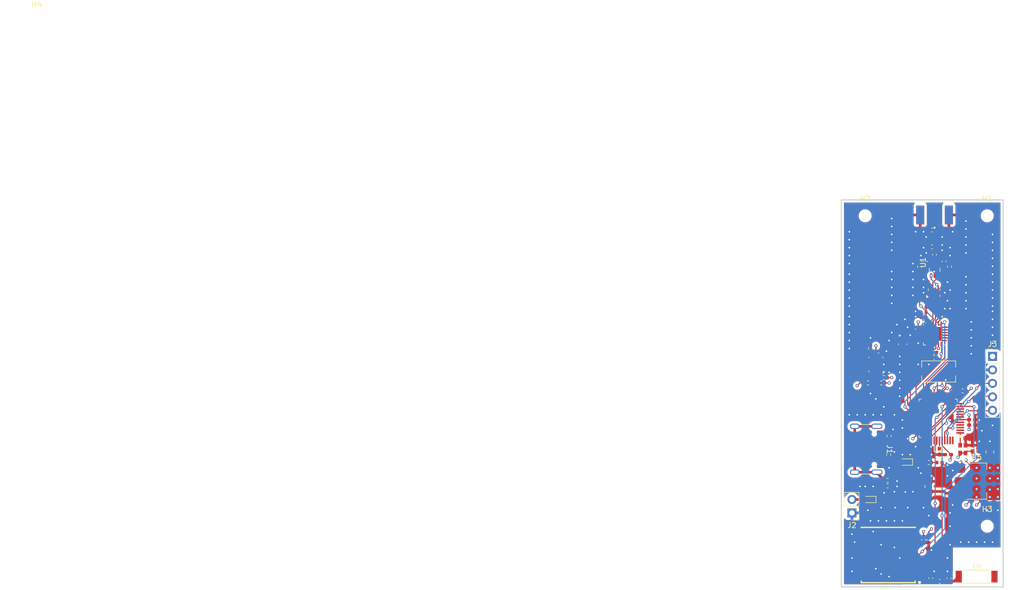
<source format=kicad_pcb>
(kicad_pcb (version 20240108) (generator "pcbnew") (generator_version "8.0")
  (layers (0 "F.Cu" signal) (1 "In1.Cu" power) (2 "In2.Cu" power) (31 "B.Cu" signal) (34 "B.Paste" user) (35 "F.Paste" user) (36 "B.SilkS" user "B.Silkscreen") (37 "F.SilkS" user "F.Silkscreen") (38 "B.Mask" user) (39 "F.Mask" user) (44 "Edge.Cuts" user))
  (net 0 "")
  (net 1 "Net-(U2-VDDCORE)")
  (net 2 "+3.3V")
  (net 3 "Net-(J1-SHIELD)")
  (net 4 "GND")
  (net 5 "Net-(U4-VREG)")
  (net 6 "Net-(U4-VR_PA)")
  (net 7 "Net-(U1-CTRL)")
  (net 8 "Net-(U1-~{CTRL}{slash}~{VDD})")
  (net 9 "Net-(U1-RFC)")
  (net 10 "Net-(C14-Pad2)")
  (net 11 "Net-(Je2-In)")
  (net 12 "VBUS")
  (net 13 "Net-(D1-A)")
  (net 14 "Net-(D2-A)")
  (net 15 "Net-(D3-A)")
  (net 16 "Net-(FL1-SW_RFO)")
  (net 17 "Net-(FL1-RFI_P)")
  (net 18 "Net-(FL1-RFO)")
  (net 19 "Net-(FL1-SW_RFI)")
  (net 20 "Net-(FL1-RFI_N)")
  (net 22 "D+")
  (net 24 "Net-(J1-CC2)")
  (net 25 "Net-(J1-CC1)")
  (net 26 "D-")
  (net 27 "SWCLK")
  (net 28 "nRST")
  (net 29 "SWDIO")
  (net 30 "Net-(U4-DCC_SW)")
  (net 31 "SDA")
  (net 32 "SCL")
  (net 33 "DIO_2")
  (net 34 "Net-(U2-PA08)")
  (net 35 "ANT_SW")
  (net 38 "SCK")
  (net 41 "MOSI")
  (net 45 "Net-(AE1-A)")
  (net 47 "TCXO")
  (net 49 "ANT_GPS")
  (net 54 "TXD")
  (net 57 "NSS_1")
  (net 59 "MISO")
  (net 60 "XTB")
  (net 61 "BUSY")
  (net 62 "Reset")
  (net 63 "DIO1")
  (net 64 "DIO3")
  (net 65 "XTA")
  (net 66 "Net-(U6-SDO)")
  (net 67 "Net-(U6-CSB)")
  (net 68 "Analog")
  (net 69 "RXD")
  (net 78 "GPS_EN")
  (footprint "Resistor_SMD:R_0402_1005Metric_Pad0.72x0.64mm_HandSolder" (layer "F.Cu") (at 163 80.5 -90)
    (property "Reference" "R5" (hide yes))
    (property "Value" "5k1" (hide yes))
  )
  (footprint "Capacitor_SMD:C_0402_1005Metric" (layer "F.Cu") (at 171.095556 44.835393 180)
    (property "Reference" "C15" (hide yes))
    (property "Value" "3.3pF" (hide yes))
  )
  (footprint "Resistor_SMD:R_0402_1005Metric" (layer "F.Cu") (at 170.49 85.5 180)
    (property "Reference" "R10" (hide yes))
    (property "Value" "300" (hide yes))
  )
  (footprint "Capacitor_SMD:C_0402_1005Metric" (layer "F.Cu") (at 173.363907 47.600589 -90)
    (property "Reference" "C12" (hide yes))
    (property "Value" "1nF" (hide yes))
  )
  (footprint "Inductor_SMD:L_0402_1005Metric_Pad0.77x0.64mm_HandSolder" (layer "F.Cu") (at 174.268339 107.308329 -90)
    (property "Reference" "L4" (hide yes))
    (property "Value" "3.9 nH" (hide yes))
  )
  (footprint "Capacitor_SMD:C_0402_1005Metric_Pad0.74x0.62mm_HandSolder" (layer "F.Cu") (at 174.114243 84.014938)
    (property "Reference" "C2" (hide yes))
    (property "Value" "100nF" (hide yes))
  )
  (footprint "Inductor_SMD:L_0402_1005Metric" (layer "F.Cu") (at 170 55.731201 -90)
    (property "Reference" "L2" (hide yes))
    (property "Value" "47nH" (hide yes))
  )
  (footprint "RF_Converter:Balun_Johanson_0900FM15K0039" (layer "F.Cu") (at 171.5 53.5 90)
    (property "Reference" "FL1" (hide yes))
    (property "Value" "0900FM15K0039" (hide yes))
  )
  (footprint "Resistor_SMD:R_0402_1005Metric_Pad0.72x0.64mm_HandSolder" (layer "F.Cu") (at 159 70.5)
    (property "Reference" "R2" (hide yes))
    (property "Value" "1.8k" (hide yes))
  )
  (footprint "Custom_SMA_Connector:RFSOLUTIONS_CON-SMA-EDGE-S" (layer "F.Cu") (at 171.566373 38.837975 -90)
    (property "Reference" "Je2" (hide yes))
    (property "Value" "Conn_Coaxial" (hide yes))
  )
  (footprint "Private_GPS:ATGM336H" (layer "F.Cu") (at 162.878704 102.802759 180)
    (property "Reference" "U7")
    (property "Value" "ATGM336H" (hide yes))
  )
  (footprint "Capacitor_SMD:C_0402_1005Metric_Pad0.74x0.62mm_HandSolder" (layer "F.Cu") (at 172.541925 107.906443)
    (property "Reference" "C20" (hide yes))
    (property "Value" "1.5pF" (hide yes))
  )
  (footprint "Capacitor_SMD:C_0805_2012Metric" (layer "F.Cu") (at 182 83.5 90)
    (property "Reference" "C18" (hide yes))
    (property "Value" "22u" (hide yes))
  )
  (footprint "Capacitor_SMD:C_0402_1005Metric" (layer "F.Cu") (at 171.5 64.747409)
    (property "Reference" "C8" (hide yes))
    (property "Value" "100nF" (hide yes))
  )
  (footprint "Capacitor_SMD:C_0402_1005Metric" (layer "F.Cu") (at 169.5 58.140985)
    (property "Reference" "C10" (hide yes))
    (property "Value" "47pF" (hide yes))
  )
  (footprint "Capacitor_SMD:C_0402_1005Metric_Pad0.74x0.62mm_HandSolder" (layer "F.Cu") (at 172.5 83.4325 -90)
    (property "Reference" "C1" (hide yes))
    (property "Value" "1uF" (hide yes))
  )
  (footprint "RF_Switch:PE4259" (layer "F.Cu") (at 171.582096 49.176849 90)
    (property "Reference" "U1")
    (property "Value" "PE4259")
  )
  (footprint "Capacitor_SMD:C_0402_1005Metric_Pad0.74x0.62mm_HandSolder" (layer "F.Cu") (at 178.657079 78.432384)
    (property "Reference" "C3" (hide yes))
    (property "Value" "100 nF" (hide yes))
  )
  (footprint "MountingHole:MountingHole_2.1mm" (layer "F.Cu") (at 158.5 39)
    (property "Reference" "H2")
    (property "Value" "MountingHole_Pad")
  )
  (footprint "Capacitor_SMD:C_0402_1005Metric" (layer "F.Cu") (at 171.572341 46.321272 90)
    (property "Reference" "C14" (hide yes))
    (property "Value" "39pF" (hide yes))
  )
  (footprint "Resistor_SMD:R_0402_1005Metric" (layer "F.Cu") (at 174.378902 48.595242 -90)
    (property "Reference" "R11" (hide yes))
    (property "Value" "100" (hide yes))
  )
  (footprint "Package_DFN_QFN:QFN-24-1EP_4x4mm_P0.5mm_EP2.6x2.6mm" (layer "F.Cu") (at 171.5625 61.25)
    (property "Reference" "U4" (hide yes))
    (property "Value" "SX1262IMLTRT" (hide yes))
  )
  (footprint "Capacitor_SMD:C_0402_1005Metric" (layer "F.Cu") (at 171.48097 65.727634)
    (property "Reference" "C9" (hide yes))
    (property "Value" "470nF" (hide yes))
  )
  (footprint "Capacitor_SMD:C_0402_1005Metric_Pad0.74x0.62mm_HandSolder" (layer "F.Cu") (at 162.715357 89.911817 180)
    (property "Reference" "C6" (hide yes))
    (property "Value" "4.7 nF" (hide yes))
  )
  (footprint "Package_QFP:TQFP-48_7x7mm_P0.5mm" (layer "F.Cu") (at 172.25 77.1625 180)
    (property "Reference" "U2")
    (property "Value" "ATSAMD21G18A-A")
  )
  (footprint "MountingHole:MountingHole_2.1mm" (layer "F.Cu") (at 2.375 2.375)
    (property "Reference" "H4")
    (property "Value" "MountingHole_Pad")
  )
  (footprint "Inductor_SMD:L_0402_1005Metric" (layer "F.Cu") (at 169.96102 65.245267 -90)
    (property "Reference" "L1" (hide yes))
    (property "Value" "15uH" (hide yes))
  )
  (footprint "Custom_Oscillator:OSCCC200X160X50" (layer "F.Cu") (at 165.565 63.215 -90)
    (property "Reference" "Y1" (hide yes))
    (property "Value" "FA-128_32.0000MF20X-K5" (hide yes))
  )
  (footprint "LED_SMD:LED_0402_1005Metric" (layer "F.Cu") (at 172.5 85.5 180)
    (property "Reference" "D3" (hide yes))
    (property "Value" "LED" (hide yes))
  )
  (footprint "Capacitor_SMD:C_0402_1005Metric_Pad0.74x0.62mm_HandSolder" (layer "F.Cu") (at 170.486991 100.07513 90)
    (property "Reference" "C21" (hide yes))
    (property "Value" "10uF" (hide yes))
  )
  (footprint "Resistor_SMD:R_0402_1005Metric_Pad0.72x0.64mm_HandSolder" (layer "F.Cu") (at 159.5 64 90)
    (property "Reference" "R7" (hide yes))
    (property "Value" "10k" (hide yes))
  )
  (footprint "Connector_PinHeader_2.54mm:PinHeader_1x05_P2.54mm_Vertical" (layer "F.Cu") (at 182.5 65.5)
    (property "Reference" "J3")
    (property "Value" "~")
  )
  (footprint "Custom_Oscillator:OSC_ECS-327TXO-2012-33-TR" (layer "F.Cu") (at 176.905767 82.970588 90)
    (property "Reference" "U3" (hide yes))
    (property "Value" "ECS-327TXO-2012" (hide yes))
  )
  (footprint "Resistor_SMD:R_0402_1005Metric_Pad0.72x0.64mm_HandSolder" (layer "F.Cu") (at 161.5 70.5)
    (property "Reference" "R1" (hide yes))
    (property "Value" "1.8k" (hide yes))
  )
  (footprint "Button_Switch_SMD:SW_Tactile_SPST_NO_Straight_CK_PTS636Sx25SMTRLFS" (layer "F.Cu") (at 172.346443 68.345995)
    (property "Reference" "SW1" (hide yes))
    (property "Value" "RST" (hide yes))
  )
  (footprint "Inductor_SMD:L_0402_1005Metric_Pad0.77x0.64mm_HandSolder" (layer "F.Cu") (at 170.856596 107.29555 -90)
    (property "Reference" "L5" (hide yes))
    (property "Value" "3.9 nH" (hide yes))
  )
  (footprint "Resistor_SMD:R_0402_1005Metric_Pad0.72x0.64mm_HandSolder" (layer "F.Cu") (at 176.9025 72)
    (property "Reference" "R3" (hide yes))
    (property "Value" "220" (hide yes))
  )
  (footprint "Inductor_SMD:L_0402_1005Metric" (layer "F.Cu") (at 171.585607 43.235488 90)
    (property "Reference" "L3" (hide yes))
    (property "Value" "9.1nH" (hide yes))
  )
  (footprint "Capacitor_SMD:C_0402_1005Metric_Pad0.74x0.62mm_HandSolder" (layer "F.Cu") (at 169.5 100.070038 90)
    (property "Reference" "C22" (hide yes))
    (property "Value" "100nF" (hide yes))
  )
  (footprint "Diode_SMD:D_SOD-523" (layer "F.Cu") (at 159.285894 92.463015 180)
    (property "Reference" "D2" (hide yes))
    (property "Value" "1N4148WT" (hide yes))
  )
  (footprint "Capacitor_SMD:C_0402_1005Metric" (layer "F.Cu") (at 161 64.5)
    (property "Reference" "C19" (hide yes))
    (property "Value" "1uF" (hide yes))
  )
  (footprint "Private_Antenna:609-1575AT43A0040E" (layer "F.Cu") (at 179.5 107)
    (property "Reference" "AE1")
    (property "Value" "1575AT43A0040")
  )
  (footprint "Capacitor_SMD:C_0402_1005Metric" (layer "F.Cu") (at 171.097111 41.673144 180)
    (property "Reference" "C16" (hide yes))
    (property "Value" "3.3pF" (hide yes))
  )
  (footprint "Capacitor_SMD:C_0402_1005Metric" (layer "F.Cu") (at 168 60)
    (property "Reference" "C7" (hide yes))
    (property "Value" "1nF" (hide yes))
  )
  (footprint "Resistor_SMD:R_0402_1005Metric_Pad0.72x0.64mm_HandSolder" (layer "F.Cu") (at 162.930078 83.996712 -90)
    (property "Reference" "R6" (hide yes))
    (property "Value" "5k1" (hide yes))
  )
  (footprint "Resistor_SMD:R_0402_1005Metric" (layer "F.Cu") (at 168.75966 48.591644 -90)
    (property "Reference" "R9" (hide yes))
    (property "Value" "100" (hide yes))
  )
  (footprint "Package_LGA:Bosch_LGA-8_2.5x2.5mm_P0.65mm_ClockwisePinNumbering" (layer "F.Cu") (at 160.5 67 180)
    (property "Reference" "U6" (hide yes))
    (property "Value" "BME280" (hide yes))
  )
  (footprint "MountingHole:MountingHole_2.1mm" (layer "F.Cu") (at 181.5 97.5)
    (property "Reference" "H3")
    (property "Value" "MountingHole_Pad")
  )
  (footprint "Capacitor_SMD:C_0402_1005Metric" (layer "F.Cu") (at 169.774808 47.606496 -90)
    (property "Reference" "C13" (hide yes))
    (property "Value" "1nF" (hide yes))
  )
  (footprint "Capacitor_SMD:C_0805_2012Metric" (layer "F.Cu") (at 170.5 90 90)
    (property "Reference" "C17" (hide yes))
    (property "Value" "22u" (hide yes))
  )
  (footprint "MountingHole:MountingHole_2.1mm" (layer "F.Cu") (at 181.5 39)
    (property "Reference" "H1")
    (property "Value" "MountingHole_Pad")
  )
  (footprint "Capacitor_SMD:C_0402_1005Metric" (layer "F.Cu") (at 169.5 57.171566)
    (property "Reference" "C11" (hide yes))
    (property "Value" "47pF" (hide yes))
  )
  (footprint "Connector_USB:USB_C_Receptacle_GCT_USB4105-xx-A_16P_TopMnt_Horizontal" (layer "F.Cu") (at 157.608452 82.999646 -90)
    (property "Reference" "J1")
    (property "Value" "USBC")
  )
  (footprint "Capacitor_SMD:C_0402_1005Metric_Pad0.74x0.62mm_HandSolder" (layer "F.Cu") (at 178.639001 77.415025)
    (property "Reference" "C4" (hide yes))
    (property "Value" "10 uF" (hide yes))
  )
  (footprint "Resistor_SMD:R_0402_1005Metric_Pad0.72x0.64mm_HandSolder" (layer "F.Cu") (at 162.708777 88.870574)
    (property "Reference" "R4" (hide yes))
    (property "Value" "1M" (hide yes))
  )
  (footprint "Resistor_SMD:R_0402_1005Metric_Pad0.72x0.64mm_HandSolder" (layer "F.Cu") (at 162 69.5 180)
    (property "Reference" "R8" (hide yes))
    (property "Value" "10k" (hide yes))
  )
  (footprint "Capacitor_SMD:C_0402_1005Metric_Pad0.74x0.62mm_HandSolder" (layer "F.Cu") (at 178.679447 82.814791 -90)
    (property "Reference" "C5" (hide yes))
    (property "Value" "100 nF" (hide yes))
  )
  (footprint "Diode_SMD:D_SOD-523" (layer "F.Cu") (at 166.164124 85.410598 180)
    (property "Reference" "D1" (hide yes))
    (property "Value" "1N4148WT" (hide yes))
  )
  (footprint "Connector_PinHeader_2.54mm:PinHeader_1x02_P2.54mm_Vertical" (layer "F.Cu") (at 156 95 180)
    (property "Reference" "J2")
    (property "Value" "POWER IN")
  )
  (footprint "Package_TO_SOT_SMD:SOT-223-3_TabPin2" (layer "F.Cu") (at 179.5 89)
    (property "Reference" "U5")
    (property "Value" "AMS1117-3.3")
  )
  (gr_rect (start 178.361356 85.499684) (end 183.861356 92.499684) (stroke (width 0.2)) (fill solid) (layer "F.Cu") (net 2))
  (gr_rect (start 154 36) (end 184.5 108.929327) (stroke (width 0.2)) (fill none) (layer "Edge.Cuts"))
  (segment (start 172.5 82.848684) (end 172.505636 82.85432) (width 0.2) (layer "F.Cu") (net 1))
  (segment (start 172.5 81.325) (end 172.5 82.848684) (width 0.2) (layer "F.Cu") (net 1))
  (segment (start 161.475 65.975) (end 161.475 65.455) (width 0.2) (layer "F.Cu") (net 2))
  (segment (start 169.497462 99.5) (end 169.5 99.502538) (width 0.2) (layer "F.Cu") (net 2))
  (segment (start 178.071501 78.414306) (end 178.089579 78.432384) (width 0.2) (layer "F.Cu") (net 2))
  (segment (start 176.35 89) (end 181.25 89) (width 0.5) (layer "F.Cu") (net 2))
  (segment (start 169.613434 60.011566) (end 169.625 60) (width 0.2) (layer "F.Cu") (net 2))
  (segment (start 179.05 84.45) (end 179 84.5) (width 0.5) (layer "F.Cu") (net 2))
  (segment (start 171.8125 63.954909) (end 171.02 64.747409) (width 0.2) (layer "F.Cu") (net 2))
  (segment (start 182 84.45) (end 179.05 84.45) (width 0.5) (layer "F.Cu") (net 2))
  (segment (start 177.719064 83.382291) (end 177.405767 83.695588) (width 0.2) (layer "F.Cu") (net 2))
  (segment (start 174.003643 71.503643) (end 173.724571 71.503643) (width 0.2) (layer "F.Cu") (net 2))
  (segment (start 157.5 70.5) (end 158.4025 70.5) (width 0.2) (layer "F.Cu") (net 2))
  (segment (start 168.429397 60.011566) (end 169.613434 60.011566) (width 0.2) (layer "F.Cu") (net 2))
  (segment (start 181.25 91.75) (end 181.25 89) (width 0.2) (layer "F.Cu") (net 2))
  (segment (start 177.5 93.5) (end 181.25 89.75) (width 0.2) (layer "F.Cu") (net 2))
  (segment (start 174.681743 84.014938) (end 174.681743 84.818257) (width 0.2) (layer "F.Cu") (net 2))
  (segment (start 181.25 89.75) (end 181.25 89) (width 0.2) (layer "F.Cu") (net 2))
  (segment (start 160.52 64.5) (end 160.350133 64.669867) (width 0.2) (layer "F.Cu") (net 2))
  (segment (start 178.089579 78.432384) (end 178.089579 79.26598) (width 0.2) (layer "F.Cu") (net 2))
  (segment (start 177.5 85) (end 177.5 85.25) (width 0.2) (layer "F.Cu") (net 2))
  (segment (start 160.52 63.5) (end 160.52 64.5) (width 0.2) (layer "F.Cu") (net 2))
  (segment (start 168.0875 80.4125) (end 167.5 81) (width 0.2) (layer "F.Cu") (net 2))
  (segment (start 170.481899 99.502538) (end 170.486991 99.50763) (width 0.2) (layer "F.Cu") (net 2))
  (segment (start 173 82.333195) (end 174.681743 84.014938) (width 0.2) (layer "F.Cu") (net 2))
  (segment (start 177.5 85.25) (end 181.25 89) (width 0.2) (layer "F.Cu") (net 2))
  (segment (start 172.3125 63.1875) (end 172.3125 64) (width 0.2) (layer "F.Cu") (net 2))
  (segment (start 157 71) (end 157.5 70.5) (width 0.2) (layer "F.Cu") (net 2))
  (segment (start 163.5 69.5) (end 162.5975 69.5) (width 0.2) (layer "F.Cu") (net 2))
  (segment (start 173 81.325) (end 173 82.333195) (width 0.2) (layer "F.Cu") (net 2))
  (segment (start 178.071501 77.415025) (end 178.071501 76.545269) (width 0.2) (layer "F.Cu") (net 2))
  (segment (start 176.405767 84.094233) (end 176 84.5) (width 0.2) (layer "F.Cu") (net 2))
  (segment (start 168.0875 79.9125) (end 168.0875 80.4125) (width 0.2) (layer "F.Cu") (net 2))
  (segment (start 167.5 101.7) (end 168.154 101.7) (width 0.2) (layer "F.Cu") (net 2))
  (segment (start 168.154 101.7) (end 168.816836 101.037164) (width 0.2) (layer "F.Cu") (net 2))
  (segment (start 170.486991 98.513009) (end 171 98) (width 0.2) (layer "F.Cu") (net 2))
  (segment (start 176.405767 83.695588) (end 177.405767 83.695588) (width 0.2) (layer "F.Cu") (net 2))
  (segment (start 171.8125 63.1875) (end 172.3125 63.1875) (width 0.2) (layer "F.Cu") (net 2))
  (segment (start 178.679447 83.382291) (end 177.719064 83.382291) (width 0.2) (layer "F.Cu") (net 2))
  (segment (start 160.350133 65.799867) (end 160.175 65.975) (width 0.2) (layer "F.Cu") (net 2))
  (segment (start 178.071501 76.545269) (end 178.068202 76.54197) (width 0.2) (layer "F.Cu") (net 2))
  (segment (start 183.3 85.75) (end 182 84.45) (width 0.5) (layer "F.Cu") (net 2))
  (segment (start 176.405767 83.695588) (end 176.405767 84.094233) (width 0.2) (layer "F.Cu") (net 2))
  (segment (start 161.475 65.455) (end 160.52 64.5) (width 0.2) (layer "F.Cu") (net 2))
  (segment (start 182.65 89) (end 183.3 88.35) (width 0.5) (layer "F.Cu") (net 2))
  (segment (start 170.486991 99.50763) (end 170.486991 98.513009) (width 0.2) (layer "F.Cu") (net 2))
  (segment (start 168.816836 100.185702) (end 169.5 99.502538) (width 0.2) (layer "F.Cu") (net 2))
  (segment (start 167.5 99.5) (end 169.497462 99.5) (width 0.2) (layer "F.Cu") (net 2))
  (segment (start 173 72.228214) (end 173 73) (width 0.2) (layer "F.Cu") (net 2))
  (segment (start 169.5 99.502538) (end 169.5 98.5) (width 0.2) (layer "F.Cu") (net 2))
  (segment (start 160.350133 64.669867) (end 160.350133 65.799867) (width 0.2) (layer "F.Cu") (net 2))
  (segment (start 174.681743 84.818257) (end 174.5 85) (width 0.2) (layer "F.Cu") (net 2))
  (segment (start 178.679447 83.382291) (end 178.679447 84.179447) (width 0.2) (layer "F.Cu") (net 2))
  (segment (start 179.5 93.5) (end 181.25 91.75) (width 0.2) (layer "F.Cu") (net 2))
  (segment (start 178.071501 77.415025) (end 178.071501 78.414306) (width 0.2) (layer "F.Cu") (net 2))
  (segment (start 168.48 60) (end 168.48 59.02) (width 0.2) (layer "F.Cu") (net 2))
  (segment (start 177.5 72) (end 178 72) (width 0.2) (layer "F.Cu") (net 2))
  (segment (start 176.4125 77.4125) (end 178.068976 77.4125) (width 0.2) (layer "F.Cu") (net 2))
  (segment (start 171.8125 63.1875) (end 171.8125 63.954909) (width 0.2) (layer "F.Cu") (net 2))
  (segment (start 178 72) (end 178.5 71.5) (width 0.2) (layer "F.Cu") (net 2))
  (segment (start 178.068976 77.4125) (end 178.071501 77.415025) (width 0.2) (layer "F.Cu") (net 2))
  (segment (start 183.3 88.35) (end 183.3 85.75) (width 0.5) (layer "F.Cu") (net 2))
  (segment (start 168.816836 101.037164) (end 168.816836 100.185702) (width 0.2) (layer "F.Cu") (net 2))
  (segment (start 168.48 59.02) (end 168.5 59) (width 0.2) (layer "F.Cu") (net 2))
  (segment (start 178.679447 84.179447) (end 179 84.5) (width 0.2) (layer "F.Cu") (net 2))
  (segment (start 169.5 99.502538) (end 170.481899 99.502538) (width 0.2) (layer "F.Cu") (net 2))
  (segment (start 173.724571 71.503643) (end 173 72.228214) (width 0.2) (layer "F.Cu") (net 2))
  (segment (start 163 70.5) (end 162.0975 70.5) (width 0.2) (layer "F.Cu") (net 2))
  (via (at 183.5 88.5) (size 0.6) (drill 0.3) (layers "F.Cu" "B.Cu") (net 2))
  (via (at 178.5 71.5) (size 0.6) (drill 0.3) (layers "F.Cu" "B.Cu") (net 2))
  (via (at 172.3125 64) (size 0.6) (drill 0.3) (layers "F.Cu" "B.Cu") (net 2))
  (via (at 179 84.5) (size 0.6) (drill 0.3) (layers "F.Cu" "B.Cu") (net 2))
  (via (at 179.5 92) (size 0.6) (drill 0.3) (layers "F.Cu" "B.Cu") (net 2))
  (via (at 177.5 93.5) (size 0.6) (drill 0.3) (layers "F.Cu" "B.Cu") (net 2))
  (via (at 157 71) (size 0.6) (drill 0.3) (layers "F.Cu" "B.Cu") (net 2))
  (via (at 179.5 93.5) (size 0.6) (drill 0.3) (layers "F.Cu" "B.Cu") (net 2))
  (via (at 177.5 85) (size 0.6) (drill 0.3) (layers "F.Cu" "B.Cu") (net 2))
  (via (at 171 98) (size 0.6) (drill 0.3) (layers "F.Cu" "B.Cu") (net 2))
  (via (at 178.068202 76.54197) (size 0.6) (drill 0.3) (layers "F.Cu" "B.Cu") (net 2))
  (via (at 183.5 86.5) (size 0.6) (drill 0.3) (layers "F.Cu" "B.Cu") (net 2))
  (via (at 179.5 86.5) (size 0.6) (drill 0.3) (layers "F.Cu" "B.Cu") (net 2))
  (via (at 179.5 90.5) (size 0.6) (drill 0.3) (layers "F.Cu" "B.Cu") (net 2))
  (via (at 178.089579 79.26598) (size 0.6) (drill 0.3) (layers "F.Cu" "B.Cu") (net 2))
  (via (at 182 86.5) (size 0.6) (drill 0.3) (layers "F.Cu" "B.Cu") (net 2))
  (via (at 174.003643 71.503643) (size 0.6) (drill 0.3) (layers "F.Cu" "B.Cu") (net 2))
  (via (at 183.5 90.5) (size 0.6) (drill 0.3) (layers "F.Cu" "B.Cu") (net 2))
  (via (at 167.5 81) (size 0.6) (drill 0.3) (layers "F.Cu" "B.Cu") (net 2))
  (via (at 176 84.5) (size 0.6) (drill 0.3) (layers "F.Cu" "B.Cu") (net 2))
  (via (at 182 88.5) (size 0.6) (drill 0.3) (layers "F.Cu" "B.Cu") (net 2))
  (via (at 163 70.5) (size 0.6) (drill 0.3) (layers "F.Cu" "B.Cu") (net 2))
  (via (at 181.988821 90.597449) (size 0.6) (drill 0.3) (layers "F.Cu" "B.Cu") (net 2))
  (via (at 179.5 88.5) (size 0.6) (drill 0.3) (layers "F.Cu" "B.Cu") (net 2))
  (via (at 174.5 85) (size 0.6) (drill 0.3) (layers "F.Cu" "B.Cu") (net 2))
  (via (at 182 92) (size 0.6) (drill 0.3) (layers "F.Cu" "B.Cu") (net 2))
  (via (at 183.5 92) (size 0.6) (drill 0.3) (layers "F.Cu" "B.Cu") (net 2))
  (via (at 169.5 98.5) (size 0.6) (drill 0.3) (layers "F.Cu" "B.Cu") (net 2))
  (via (at 163.5 69.5) (size 0.6) (drill 0.3) (layers "F.Cu" "B.Cu") (net 2))
  (via (at 168.5 59) (size 0.6) (drill 0.3) (layers "F.Cu" "B.Cu") (net 2))
  (via (at 160.52 63.5) (size 0.6) (drill 0.3) (layers "F.Cu" "B.Cu") (net 2))
  (segment (start 160.713452 87.319646) (end 160.713452 87.472749) (width 0.5) (layer "F.Cu") (net 3))
  (segment (start 160.713452 87.319646) (end 156.533452 87.319646) (width 0.5) (layer "F.Cu") (net 3))
  (segment (start 160.713452 78.679646) (end 156.533452 78.679646) (width 0.5) (layer "F.Cu") (net 3))
  (segment (start 160.713452 87.472749) (end 162.111277 88.870574) (width 0.5) (layer "F.Cu") (net 3))
  (segment (start 156.533452 87.319646) (end 156.533452 78.679646) (width 0.5) (layer "F.Cu") (net 3))
  (segment (start 162.111277 89.875237) (end 162.147857 89.911817) (width 0.5) (layer "F.Cu") (net 3))
  (segment (start 162.111277 88.870574) (end 162.111277 89.875237) (width 0.5) (layer "F.Cu") (net 3))
  (segment (start 179.206501 78.414306) (end 179.224579 78.432384) (width 0.2) (layer "F.Cu") (net 4))
  (segment (start 170.4375 53.5) (end 169.5 53.5) (width 0.2) (layer "F.Cu") (net 4))
  (segment (start 160.825 66.4) (end 160.825 65.975) (width 0.2) (layer "F.Cu") (net 4))
  (segment (start 175.262501 77.5) (end 174.5 77.5) (width 0.2) (layer "F.Cu") (net 4))
  (segment (start 182 82.55) (end 182 81.5) (width 0.5) (layer "F.Cu") (net 4))
  (segment (start 169.774808 47.126496) (end 169.626496 47.126496) (width 0.2) (layer "F.Cu") (net 4))
  (segment (start 170.617111 41.673144) (end 169.826856 41.673144) (width 0.2) (layer "F.Cu") (net 4))
  (segment (start 173.363907 47.120589) (end 173.879411 47.120589) (width 0.2) (layer "F.Cu") (net 4))
  (segment (start 171.476797 82.514873) (end 172 81.99167) (width 0.2) (layer "F.Cu") (net 4))
  (segment (start 165 63.93) (end 165 65.5) (width 0.2) (layer "F.Cu") (net 4))
  (segment (start 168.471443 68.345995) (end 168.471443 67.028557) (width 0.2) (layer "F.Cu") (net 4))
  (segment (start 172.3125 58.9513) (end 173 58.2638) (width 0.2) (layer "F.Cu") (net 4))
  (segment (start 162.5 64.5) (end 161.48 64.5) (width 0.2) (layer "F.Cu") (net 4))
  (segment (start 168.140985 58.140985) (end 169.02 58.140985) (width 0.2) (layer "F.Cu") (net 4))
  (segment (start 166.13 62.5) (end 166.13 62.37) (width 0.2) (layer "F.Cu") (net 4))
  (segment (start 158.185 100.6) (end 156.6 100.6) (width 0.5) (layer "F.Cu") (net 4))
  (segment (start 166.5 80.171332) (end 166.5 81) (width 0.2) (layer "F.Cu") (net 4))
  (segment (start 179.224579 78.432384) (end 179.432384 78.432384) (width 0.2) (layer "F.Cu") (net 4))
  (segment (start 170.8944 82.514873) (end 171.476797 82.514873) (width 0.2) (layer "F.Cu") (net 4))
  (segment (start 172 81.99167) (end 172 81.325) (width 0.2) (layer "F.Cu") (net 4))
  (segment (start 168.0875 79.4125) (end 167.258832 79.4125) (width 0.2) (layer "F.Cu") (net 4))
  (segment (start 158.5 95) (end 159 94.5) (width 0.5) (layer "F.Cu") (net 4))
  (segment (start 174.266373 38.837975) (end 174.266373 41.266373) (width 0.2) (layer "F.Cu") (net 4))
  (segment (start 172.985 85.5) (end 173 85.5) (width 0.2) (layer "F.Cu") (net 4))
  (segment (start 164.370574 88.870574) (end 164.5 89) (width 0.2) (layer "F.Cu") (net 4))
  (segment (start 169.826856 41.673144) (end 169.5 42) (width 0.2) (layer "F.Cu") (net 4))
  (segment (start 167.52 60) (end 166.5 60) (width 0.2) (layer "F.Cu") (net 4))
  (segment (start 170.75 52.8) (end 169.8 52.8) (width 0.2) (layer "F.Cu") (net 4))
  (segment (start 179.206501 77.415025) (end 179.915025 77.415025) (width 0.2) (layer "F.Cu") (net 4))
  (segment (start 170.8125 60.5) (end 171.5625 61.25) (width 0.2) (layer "F.Cu") (net 4))
  (segment (start 168 57) (end 168.171566 57.171566) (width 0.2) (layer "F.Cu") (net 4))
  (segment (start 163.282857 89.911817) (end 164.411817 89.911817) (width 0.2) (layer "F.Cu") (net 4))
  (segment (start 170.615556 44.835393) (end 169.664607 44.835393) (width 0.2) (layer "F.Cu") (net 4))
  (segment (start 169.625 60.5) (end 170.8125 60.5) (width 0.2) (layer "F.Cu") (net 4))
  (segment (start 169.625 62) (end 170.8125 62) (width 0.2) (layer "F.Cu") (net 4))
  (segment (start 172.5625 53.5) (end 173.5 53.5) (width 0.2) (layer "F.Cu") (net 4))
  (segment (start 179.252709 82.247291) (end 180 81.5) (width 0.2) (layer "F.Cu") (net 4))
  (segment (start 172.5 84) (end 171 84) (width 0.2) (layer "F.Cu") (net 4))
  (segment (start 163 68.5) (end 162.525 68.025) (width 0.2) (layer "F.Cu") (net 4))
  (segment (start 171.582096 49.582096) (end 171.5 49.5) (width 0.2) (layer "F.Cu") (net 4))
  (segment (start 171.5 53.5) (end 172.5625 53.5) (width 0.2) (layer "F.Cu") (net 4))
  (segment (start 176.35 86.7) (end 175.3 86.7) (width 0.5) (layer "F.Cu") (net 4))
  (segment (start 171.96097 65.727634) (end 170.688604 67) (width 0.2) (layer "F.Cu") (net 4))
  (segment (start 162 67) (end 161.425 67) (width 0.2) (layer "F.Cu") (net 4))
  (segment (start 170.486991 101.486991) (end 171 102) (width 0.2) (layer "F.Cu") (net 4))
  (segment (start 164.411817 89.911817) (end 164.5 90) (width 0.2) (layer "F.Cu") (net 4))
  (segment (start 161.288452 86.199646) (end 162.699646 86.199646) (width 0.5) (layer "F.Cu") (net 4))
  (segment (start 170.8125 62) (end 171.5625 61.25) (width 0.2) (layer "F.Cu") (net 4))
  (segment (start 171.98 64.747409) (end 171.98 65.708604) (width 0.2) (layer "F.Cu") (net 4))
  (segment (start 168.866373 41.133627) (end 168 42) (width 0.2) (layer "F.Cu") (net 4))
  (segment (start 163.306277 88.870574) (end 164.370574 88.870574) (width 0.2) (layer "F.Cu") (net 4))
  (segment (start 169.212501 62) (end 169.625 62) (width 0.2) (layer "F.Cu") (net 4))
  (segment (start 171 88) (end 171 88.55) (width 0.5) (layer "F.Cu") (net 4))
  (segment (start 163.0975 79.9025) (end 163 79.9025) (width 0.2) (layer "F.Cu") (net 4))
  (segment (start 171 88.55) (end 170.5 89.05) (width 0.5) (layer "F.Cu") (net 4))
  (segment (start 163.306277 88.870574) (end 163.306277 89.888397) (width 0.2) (layer "F.Cu") (net 4))
  (segment (start 170.688604 67) (end 170.5 67) (width 0.2) (layer "F.Cu") (net 4))
  (segment (start 168.5 63) (end 168.5 62.712501) (width 0.2) (layer "F.Cu") (net 4))
  (segment (start 167.258832 79.4125) (end 166.5 80.171332) (width 0.2) (layer "F.Cu") (net 4))
  (segment (start 173 58.2638) (end 173 58) (width 0.2) (layer "F.Cu") (net 4))
  (segment (start 161.288452 79.799646) (end 162.897146 79.799646) (width 0.2) (layer "F.Cu") (net 4))
  (segment (start 173.546743 84.014938) (end 172.514938 84.014938) (width 0.2) (layer "F.Cu") (net 4))
  (segment (start 162.525 68.025) (end 161.475 68.025) (width 0.2) (layer "F.Cu") (net 4))
  (segment (start 179.915025 77.415025) (end 180 77.5) (width 0.2) (layer "F.Cu") (net 4))
  (segment (start 156.6 98.4) (end 156 99) (width 0.5) (layer "F.Cu") (net 4))
  (segment (start 174 86) (end 173.485 86) (width 0.2) (layer "F.Cu") (net 4))
  (segment (start 172.514938 84.014938) (end 172.5 84) (width 0.2) (layer "F.Cu") (net 4))
  (segment (start 169.664607 44.835393) (end 169.5 45) (width 0.2) (layer "F.Cu") (net 4))
  (segment (start 158.185 98.4) (end 156.6 98.4) (width 0.5) (layer "F.Cu") (net 4))
  (segment (start 166.13 62.37) (end 167 61.5) (width 0.2) (layer "F.Cu") (net 4))
  (segment (start 168.171566 57.171566) (end 169.02 57.171566) (width 0.2) (layer "F.Cu") (net 4))
  (segment (start 171.25 53.75) (end 171.5 53.5) (width 0.2) (layer "F.Cu") (net 4))
  (segment (start 174.266373 41.266373) (end 175 42) (width 0.2) (layer "F.Cu") (net 4))
  (segment (start 171.75 53.25) (end 171.75 52.8) (width 0.2) (layer "F.Cu") (net 4))
  (segment (start 171.98 65.708604) (end 171.96097 65.727634) (width 0.2) (layer "F.Cu") (net 4))
  (segment (start 163.306277 89.888397) (end 163.282857 89.911817) (width 0.2) (layer "F.Cu") (net 4))
  (segment (start 162.897146 79.799646) (end 163 79.9025) (width 0.2) (layer "F.Cu") (net 4))
  (segment (start 173.485 86) (end 172.985 85.5) (width 0.2) (layer "F.Cu") (net 4))
  (segment (start 171.582096 50.276849) (end 171.582096 49.582096) (width 0.2) (layer "F.Cu") (net 4))
  (segment (start 156 95) (end 158.5 95) (width 0.5) (layer "F.Cu") (net 4))
  (segment (start 161.425 67) (end 160.825 66.4) (width 0.2) (layer "F.Cu") (net 4))
  (segment (start 170.856596 106.72305) (end 170.856596 106.643404) (width 0.2) (layer "F.Cu") (net 4))
  (segment (start 175.675001 77.9125) (end 175.262501 77.5) (width 0.2) (layer "F.Cu") (net 4))
  (segment (start 174.268339 106.735829) (end 174.268339 106.268339) (width 0.2) (layer "F.Cu") (net 4))
  (segment (start 168 58) (end 168.140985 58.140985) (width 0.2) (layer "F.Cu") (net 4))
  (segment (start 163.75 79.25) (end 163.0975 79.9025) (width 0.2) (layer "F.Cu") (net 4))
  (segment (start 178.679447 82.247291) (end 179.252709 82.247291) (width 0.2) (layer "F.Cu") (net 4))
  (segment (start 170.856596 106.643404) (end 171.5 106) (width 0.2) (layer "F.Cu") (net 4))
  (segment (start 169.5 100.637538) (end 170.481899 100.637538) (width 0.2) (layer "F.Cu") (net 4))
  (segment (start 179.432384 78.432384) (end 180.5 79.5) (width 0.2) (layer "F.Cu") (net 4))
  (segment (start 177.405767 82.245588) (end 178.677744 82.245588) (width 0.2) (layer "F.Cu") (net 4))
  (segment (start 168.5 62.712501) (end 169.212501 62) (width 0.2) (layer "F.Cu") (net 4))
  (segment (start 171.5 53.5) (end 170.4375 53.5) (width 0.2) (layer "F.Cu") (net 4))
  (segment (start 176.4125 77.9125) (end 175.675001 77.9125) (width 0.2) (layer "F.Cu") (net 4))
  (segment (start 156.6 100.6) (end 156.5 100.5) (width 0.5) (layer "F.Cu") (net 4))
  (segment (start 169.8 52.8) (end 169.5 52.5) (width 0.2) (layer "F.Cu") (net 4))
  (segment (start 170.486991 100.64263) (end 170.486991 101.486991) (width 0.2) (layer "F.Cu") (net 4))
  (segment (start 174.268339 106.268339) (end 174 106) (width 0.2) (layer "F.Cu") (net 4))
  (segment (start 163.899212 83.399212) (end 164 83.5) (width 0.2) (layer "F.Cu") (net 4))
  (segment (start 172.3125 59.3125) (end 172.3125 58.9513) (width 0.2) (layer "F.Cu") (net 4))
  (segment (start 171.5 53.5) (end 171.75 53.25) (width 0.2) (layer "F.Cu") (net 4))
  (segment (start 162.930078 83.399212) (end 163.899212 83.399212) (width 0.2) (layer "F.Cu") (net 4))
  (segment (start 170.481899 100.637538) (end 170.486991 100.64263) (width 0.2) (layer "F.Cu") (net 4))
  (segment (start 172.5 72.261994) (end 172.5 73) (width 0.2) (layer "F.Cu") (net 4))
  (segment (start 168.866373 38.837975) (end 168.866373 41.133627) (width 0.2) (layer "F.Cu") (net 4))
  (segment (start 178.677744 82.245588) (end 178.679447 82.247291) (width 0.2) (layer "F.Cu") (net 4))
  (segment (start 170.8125 63.1875) (end 170.8125 62) (width 0.2) (layer "F.Cu") (net 4))
  (segment (start 171.25 54.2) (end 171.25 53.75) (width 0.2) (layer "F.Cu") (net 4))
  (segment (start 173.672873 69.940718) (end 173.672873 71.089121) (width 0.2) (layer "F.Cu") (net 4))
  (segment (start 175.3 86.7) (end 175 87) (width 0.5) (layer "F.Cu") (net 4))
  (segment (start 159.5 62) (end 159.5 63.4025) (width 0.2) (layer "F.Cu") (net 4))
  (segment (start 162.699646 86.199646) (end 163 86.5) (width 0.5) (layer "F.Cu") (net 4))
  (segment (start 168.471443 67.028557) (end 168.5 67) (width 0.2) (layer "F.Cu") (net 4))
  (segment (start 169.626496 47.126496) (end 169 46.5) (width 0.2) (layer "F.Cu") (net 4))
  (segment (start 173.879411 47.120589) (end 174.5 46.5) (width 0.2) (layer "F.Cu") (net 4))
  (segment (start 179.206501 77.415025) (end 179.206501 78.414306) (width 0.2) (layer "F.Cu") (net 4))
  (segment (start 173.672873 71.089121) (end 172.5 72.261994) (width 0.2) (layer "F.Cu") (net 4))
  (via (at 165.5 79) (size 0.6) (drill 0.3) (layers "F.Cu" "B.Cu") (net 4))
  (via (at 160.5 73.5) (size 0.6) (drill 0.3) (layers "F.Cu" "B.Cu") (net 4))
  (via (at 182.5 57) (size 0.6) (drill 0.3) (layers "F.Cu" "B.Cu") (net 4))
  (via (at 182.5 42.5) (size 0.6) (drill 0.3) (layers "F.Cu" "B.Cu") (net 4))
  (via (at 156.5 100.5) (size 0.6) (drill 0.3) (layers "F.Cu" "B.Cu") (net 4))
  (via (at 165.5 96.5) (size 0.6) (drill 0.3) (layers "F.Cu" "B.Cu") (net 4))
  (via (at 164 96.5) (size 0.6) (drill 0.3) (layers "F.Cu" "B.Cu") (net 4))
  (via (at 182.5 61.5) (size 0.6) (drill 0.3) (layers "F.Cu" "B.Cu") (net 4))
  (via (at 182.5 63) (size 0.6) (drill 0.3) (layers "F.Cu" "B.Cu") (net 4))
  (via (at 182.5 51.5) (size 0.6) (drill 0.3) (layers "F.Cu" "B.Cu") (net 4))
  (via (at 169.5 52.5) (size 0.6) (drill 0.3) (layers "F.Cu" "B.Cu") (net 4))
  (via (at 171 102) (size 0.6) (drill 0.3) (layers "F.Cu" "B.Cu") (net 4))
  (via (at 159.5 62) (size 0.6) (drill 0.3) (layers "F.Cu" "B.Cu") (net 4))
  (via (at 163.5 39.5) (size 0.6) (drill 0.3) (layers "F.Cu" "B.Cu") (net 4))
  (via (at 163.5 42.5) (size 0.6) (drill 0.3) (layers "F.Cu" "B.Cu") (net 4))
  (via (at 173.5 56.5) (size 0.6) (drill 0.3) (layers "F.Cu" "B.Cu") (net 4))
  (via (at 155.5 59.5) (size 0.6) (drill 0.3) (layers "F.Cu" "B.Cu") (net 4))
  (via (at 171 88) (size 0.6) (drill 0.3) (layers "F.Cu" "B.Cu") (net 4))
  (via (at 174.5 45) (size 0.6) (drill 0.3) (layers "F.Cu" "B.Cu") (net 4))
  (via (at 179.5 100.5) (size 0.6) (drill 0.3) (layers "F.Cu" "B.Cu") (net 4))
  (via (at 161 96.5) (size 0.6) (drill 0.3) (layers "F.Cu" "B.Cu") (net 4))
  (via (at 169.5 42) (size 0.6) (drill 0.3) (layers "F.Cu" "B.Cu") (net 4))
  (via (at 162.5 96.5) (size 0.6) (drill 0.3) (layers "F.Cu" "B.Cu") (net 4))
  (via (at 174.5 56.5) (size 0.6) (drill 0.3) (layers "F.Cu" "B.Cu") (net 4))
  (via (at 174 51.5) (size 0.6) (drill 0.3) (layers "F.Cu" "B.Cu") (net 4))
  (via (at 180.5 79.5) (size 0.6) (drill 0.3) (layers "F.Cu" "B.Cu") (net 4))
  (via (at 175 87) (size 0.6) (drill 0.3) (layers "F.Cu" "B.Cu") (net 4))
  (via (at 158.5 90) (size 0.6) (drill 0.3) (layers "F.Cu" "B.Cu") (net 4))
  (via (at 177.5 43) (size 0.6) (drill 0.3) (layers "F.Cu" "B.Cu") (net 4))
  (via (at 174.5 95) (size 0.6) (drill 0.3) (layers "F.Cu" "B.Cu") (net 4))
  (via (at 156 99) (size 0.6) (drill 0.3) (layers "F.Cu" "B.Cu") (net 4))
  (via (at 182.5 44) (size 0.6) (drill 0.3) (layers "F.Cu" "B.Cu") (net 4))
  (via (at 164 101.5) (size 0.6) (drill 0.3) (layers "F.Cu" "B.Cu") (net 4))
  (via (at 181.5 94.5) (size 0.6) (drill 0.3) (layers "F.Cu" "B.Cu") (net 4))
  (via (at 168 57) (size 0.6) (drill 0.3) (layers "F.Cu" "B.Cu") (net 4))
  (via (at 169 87.5) (size 0.6) (drill 0.3) (layers "F.Cu" "B.Cu") (net 4))
  (via (at 178.5 65) (size 0.6) (drill 0.3) (layers "F.Cu" "B.Cu") (net 4))
  (via (at 159 94.5) (size 0.6) (drill 0.3) (layers "F.Cu" "B.Cu") (net 4))
  (via (at 161.5 106.5) (size 0.6) (drill 0.3) (layers "F.Cu" "B.Cu") (net 4))
  (via (at 170.5 95.5) (size 0.6) (drill 0.3) (layers "F.Cu" "B.Cu") (net 4))
  (via (at 174.5 77.5) (size 0.6) (drill 0.3) (layers "F.Cu" "B.Cu") (net 4))
  (via (at 180 77.5) (size 0.6) (drill 0.3) (layers "F.Cu" "B.Cu") (net 4))
  (via (at 155.5 51.5) (size 0.6) (drill 0.3) (layers "F.Cu" "B.Cu") (net 4))
  (via (at 163.5 49.5) (size 0.6) (drill 0.3) (layers "F.Cu" "B.Cu") (net 4))
  (via (at 182 81.5) (size 0.6) (drill 0.3) (layers "F.Cu" "B.Cu") (net 4))
  (via (at 164 83.5) (size 0.6) (drill 0.3) (layers "F.Cu" "B.Cu") (net 4))
  (via (at 182.5 78.5) (size 0.6) (drill 0.3) (layers "F.Cu" "B.Cu") (net 4))
  (via (at 163.5 52.5) (size 0.6) (drill 0.3) (layers "F.Cu" "B.Cu") (net 4))
  (via (at 166.5 81) (size 0.6) (drill 0.3) (layers "F.Cu" "B.Cu") (net 4))
  (via (at 173 43) (size 0.6) (drill 0.3) (layers "F.Cu" "B.Cu") (net 4))
  (via (at 169.5 51) (size 0.6) (drill 0.3) (layers "F.Cu" "B.Cu") (net 4))
  (via (at 165 67) (size 0.6) (drill 0.3) (layers "F.Cu" "B.Cu") (net 4))
  (via (at 178.5 62) (size 0.6) (drill 0.3) (layers "F.Cu" "B.Cu") (net 4))
  (via (at 163.5 45.5) (size 0.6) (drill 0.3) (layers "F.Cu" "B.Cu") (net 4))
  (via (at 169.5 45) (size 0.6) (drill 0.3) (layers "F.Cu" "B.Cu") (net 4))
  (via (at 178.5 59) (size 0.6) (drill 0.3) (layers "F.Cu" "B.Cu") (net 4))
  (via (at 169.5 53.5) (size 0.6) (drill 0.3) (layers "F.Cu" "B.Cu") (net 4))
  (via (at 165 65.5) (size 0.6) (drill 0.3) (layers "F.Cu" "B.Cu") (net 4))
  (via (at 160 76.5) (size 0.6) (drill 0.3) (layers "F.Cu" "B.Cu") (net 4))
  (via (at 174 86) (size 0.6) (drill 0.3) (layers "F.Cu" "B.Cu") (net 4))
  (via (at 174 106) (size 0.6) (drill 0.3) (layers "F.Cu" "B.Cu") (net 4))
  (via (at 168 82.5) (size 0.6) (drill 0.3) (layers "F.Cu" "B.Cu") (net 4))
  (via (at 163 107) (size 0.6) (drill 0.3) (layers "F.Cu" "B.Cu") (net 4))
  (via (at 167.5 54) (size 0.6) (drill 0.3) (layers "F.Cu" "B.Cu") (net 4))
  (via (at 165.5 77.5) (size 0.6) (drill 0.3) (layers "F.Cu" "B.Cu") (net 4))
  (via (at 169 46.5) (size 0.6) (drill 0.3) (layers "F.Cu" "B.Cu") (net 4))
  (via (at 155.5 53) (size 0.6) (drill 0.3) (layers "F.Cu" "B.Cu") (net 4))
  (via (at 178.5 63.5) (size 0.6) (drill 0.3) (layers "F.Cu" "B.Cu") (net 4))
  (via (at 173.5 53.5) (size 0.6) (drill 0.3) (layers "F.Cu" "B.Cu") (net 4))
  (via (at 177.5 56.5) (size 0.6) (drill 0.3) (layers "F.Cu" "B.Cu") (net 4))
  (via (at 170 46) (size 0.6) (drill 0.3) (layers "F.Cu" "B.Cu") (net 4))
  (via (at 167.5 91) (size 0.6) (drill 0.3) (layers "F.Cu" "B.Cu") (net 4))
  (via (at 173 58) (size 0.6) (drill 0.3) (layers "F.Cu" "B.Cu") (net 4))
  (via (at 170 43) (size 0.6) (drill 0.3) (layers "F.Cu" "B.Cu") (net 4))
  (via (at 177.5 50.5) (size 0.6) (drill 0.3) (layers "F.Cu" "B.Cu") (net 4))
  (via (at 174.5 46.5) (size 0.6) (drill 0.3) (layers "F.Cu" "B.Cu") (net 4))
  (via (at 165 70) (size 0.6) (drill 0.3) (layers "F.Cu" "B.Cu") (net 4))
  (via (at 170.5 67) (size 0.6) (drill 0.3) (layers "F.Cu" "B.Cu") (net 4))
  (via (at 155.5 46.5) (size 0.6) (drill 0.3) (layers "F.Cu" "B.Cu") (net 4))
  (via (at 181 100.5) (size 0.6) (drill 0.3) (layers "F.Cu" "B.Cu") (net 4))
  (via (at 166.507222 93.996773) (size 0.6) (drill 0.3) (layers "F.Cu" "B.Cu") (net 4))
  (via (at 162.061535 91.201928) (size 0.6) (drill 0.3) (layers "F.Cu" "B.Cu") (net 4))
  (via (at 177.5 44.5) (size 0.6) (drill 0.3) (layers "F.Cu" "B.Cu") (net 4))
  (via (at 165 103.5) (size 0.6) (drill 0.3) (layers "F.Cu" "B.Cu") (net 4))
  (via (at 168 42) (size 0.6) (drill 0.3) (layers "F.Cu" "B.Cu") (net 4))
  (via (at 165 68.5) (size 0.6) (drill 0.3) (layers "F.Cu" "B.Cu") (net 4))
  (via (at 155.5 61) (size 0.6) (drill 0.3) (layers "F.Cu" "B.Cu") (net 4))
  (via (at 155.5 50) (size 0.6) (drill 0.3) (layers "F.Cu" "B.Cu") (net 4))
  (via (at 167.5 51) (size 0.6) (drill 0.3) (layers "F.Cu" "B.Cu") (net 4))
  (via (at 155.5 76.5) (size 0.6) (drill 0.3) (layers "F.Cu" "B.Cu") (net 4))
  (via (at 155.5 43.5) (size 0.6) (drill 0.3) (layers "F.Cu" "B.Cu") (net 4))
  (via (at 182.5 50) (size 0.6) (drill 0.3) (layers "F.Cu" "B.Cu") (net 4))
  (via (at 160 98.5) (size 0.6) (drill 0.3) (layers "F.Cu" "B.Cu") (net 4))
  (via (at 167.5 48) (size 0.6) (drill 0.3) (layers "F.Cu" "B.Cu") (net 4))
  (via (at 163.5 55.5) (size 0.6) (drill 0.3) (layers "F.Cu" "B.Cu") (net 4))
  (via (at 163.5 44) (size 0.6) (drill 0.3) (layers "F.Cu" "B.Cu") (net 4))
  (via (at 163 62.5) (size 0.6) (drill 0.3) (layers "F.Cu" "B.Cu") (net 4))
  (via (at 155.5 45) (size 0.6) (drill 0.3) (layers "F.Cu" "B.Cu") (net 4))
  (via (at 183.5 94.5) (size 0.6) (drill 0.3) (layers "F.Cu" "B.Cu") (net 4))
  (via (at 166 58.5) (size 0.6) (drill 0.3) (layers "F.Cu" "B.Cu") (net 4))
  (via (at 164.5 90) (size 0.6) (drill 0.3) (layers "F.Cu" "B.Cu") (net 4))
  (via (at 161.5 76.5) (size 0.6) (drill 0.3) (layers "F.Cu" "B.Cu") (net 4))
  (via (at 164.5 59.5) (size 0.6) (drill 0.3) (layers "F.Cu" "B.Cu") (net 4))
  (via (at 155.5 42) (size 0.6) (drill 0.3) (layers "F.Cu" "B.Cu") (net 4))
  (via (at 182.5 100.5) (size 0.6) (drill 0.3) (layers "F.Cu" "B.Cu") (net 4))
  (via (at 175 42) (size 0.6) (drill 0.3) (layers "F.Cu" "B.Cu") (net 4))
  (via (at 167.5 49.5) (size 0.6) (drill 0.3) (layers "F.Cu" "B.Cu") (net 4))
  (via (at 174 55) (size 0.6) (drill 0.3) (layers "F.Cu" "B.Cu") (net 4))
  (via (at 164 91) (size 0.6) (drill 0.3) (layers "F.Cu" "B.Cu") (net 4))
  (via (at 160.5 105.5) (size 0.6) (drill 0.3) (layers "F.Cu" "B.Cu") (net 4))
  (via (at 165 73) (size 0.6) (drill 0.3) (layers "F.Cu" "B.Cu") (net 4))
  (via (at 165.5 84) (size 0.6) (drill 0.3) (layers "F.Cu" "B.Cu") (net 4))
  (via (at 162.5 64.5) (size 0.6) (drill 0.3) (layers "F.Cu" "B.Cu") (net 4))
  (via (at 168.5 63) (size 0.6) (drill 0.3) (layers "F.Cu" "B.Cu") (net 4))
  (via (at 173 44.5) (size 0.6) (drill 0.3) (layers "F.Cu" "B.Cu") (net 4))
  (via (at 167 61.5) (size 0.6) (drill 0.3) (layers "F.Cu" "B.Cu") (net 4))
  (via (at 155.5 48) (size 0.6) (drill 0.3) (layers "F.Cu" "B.Cu") (net 4))
  (via (at 174.5 97.5) (size 0.6) (drill 0.3) (layers "F.Cu" "B.Cu") (net 4))
  (via (at 171.5 49.5) (size 0.6) (drill 0.3) (layers "F.Cu" "B.Cu") (net 4))
  (via (at 166.07279 91.042636) (size 0.6) (drill 0.3) (layers "F.Cu" "B.Cu") (net 4))
  (via (at 155.5 62.5) (size 0.6) (drill 0.3) (layers "F.Cu" "B.Cu") (net 4))
  (via (at 155.5 58) (size 0.6) (drill 0.3) (layers "F.Cu" "B.Cu") (net 4))
  (via (at 173 45.5) (size 0.6) (drill 0.3) (layers "F.Cu" "B.Cu") (net 4))
  (via (at 182.5 54.5) (size 0.6) (drill 0.3) (layers "F.Cu" "B.Cu") (net 4))
  (via (at 161.5 101) (size 0.6) (drill 0.3) (layers "F.Cu" "B.Cu") (net 4))
  (via (at 177.5 41.5) (size 0.6) (drill 0.3) (layers "F.Cu" "B.Cu") (net 4))
  (via (at 164 76.5) (size 0.6) (drill 0.3) (layers "F.Cu" "B.Cu") (net 4))
  (via (at 173.672873 69.940718) (size 0.6) (drill 0.3) (layers "F.Cu" "B.Cu") (net 4))
  (via (at 160 90) (size 0.6) (drill 0.3) (layers "F.Cu" "B.Cu") (net 4))
  (via (at 155.5 64) (size 0.6) (drill 0.3) (layers "F.Cu" "B.Cu") (net 4))
  (via (at 158.5 76.5) (size 0.6) (drill 0.3) (layers "F.Cu" "B.Cu") (net 4))
  (via (at 174.5 101) (size 0.6) (drill 0.3) (layers "F.Cu" "B.Cu") (net 4))
  (via (at 166.5 60) (size 0.6) (drill 0.3) (layers "F.Cu" "B.Cu") (net 4))
  (via (at 180 81.5) (size 0.6) (drill 0.3) (layers "F.Cu" "B.Cu") (net 4))
  (via (at 167 84) (size 0.6) (drill 0.3) (layers "F.Cu" "B.Cu") (net 4))
  (via (at 156 103.5) (size 0.6) (drill 0.3) (layers "F.Cu" "B.Cu") (net 4))
  (via (at 163.5 41) (size 0.6) (drill 0.3) (layers "F.Cu" "B.Cu") (net 4))
  (via (at 162 67) (size 0.6) (drill 0.3) (layers "F.Cu" "B.Cu") (net 4))
  (via (at 182.5 47) (size 0.6) (drill 0.3) (layers "F.Cu" "B.Cu") (net 4))
  (via (at 163 68.5) (size 0.6) (drill 0.3) (layers "F.Cu" "B.Cu") (net 4))
  (via (at 161.5 94) (size 0.6) (drill 0.3) (layers "F.Cu" "B.Cu") (net 4))
  (via (at 182.5 56) (size 0.6) (drill 0.3) (layers "F.Cu" "B.Cu") (net 4))
  (via (at 171 84) (size 0.6) (drill 0.3) (layers "F.Cu" "B.Cu") (net 4))
  (via (at 159.5 72.5) (size 0.6) (drill 0.3) (layers "F.Cu" "B.Cu") (net 4))
  (via (at 155.5 54.5) (size 0.6) (drill 0.3) (layers "F.Cu" "B.Cu") (net 4))
  (via (at 177.5 55) (size 0.6) (drill 0.3) (layers "F.Cu" "B.Cu") (net 4))
  (via (at 182.5 45.5) (size 0.6) (drill 0.3) (layers "F.Cu" "B.Cu") (net 4))
  (via (at 156 106) (size 0.6) (drill 0.3) (layers "F.Cu" "B.Cu") (net 4))
  (via (at 174.5 53) (size 0.6) (drill 0.3) (layers "F.Cu" "B.Cu") (net 4))
  (via (at 155.5 56) (size 0.6) (drill 0.3) (layers "F.Cu" "B.Cu") (net 4))
  (via (at 174 88) (size 0.6) (drill 0.3) (layers "F.Cu" "B.Cu") (net 4))
  (via (at 163.5 54) (size 0.6) (drill 0.3) (layers "F.Cu" "B.Cu") (net 4))
  (via (at 163.5 51) (size 0.6) (drill 0.3) (layers "F.Cu" "B.Cu") (net 4))
  (via (at 157 76.5) (size 0.6) (drill 0.3) (layers "F.Cu" "B.Cu") (net 4))
  (via (at 182.5 48.5) (size 0.6) (drill 0.3) (layers "F.Cu" "B.Cu") (net 4))
  (via (at 169.5 94) (size 0.6) (drill 0.3) (layers "F.Cu" "B.Cu") (net 4))
  (via (at 177.5 46) (size 0.6) (drill 0.3) (layers "F.Cu" "B.Cu") (net 4))
  (via (at 163.75 79.25) (size 0.6) (drill 0.3) (layers "F.Cu" "B.Cu") (net 4))
  (via (at 162 75) (size 0.6) (drill 0.3) (layers "F.Cu" "B.Cu") (net 4))
  (via (at 175 93.5) (size 0.6) (drill 0.3) (layers "F.Cu" "B.Cu") (net 4))
  (via (at 177.5 40) (size 0.6) (drill 0.3) (layers "F.Cu" "B.Cu") (net 4))
  (via (at 168 58) (size 0.6) (drill 0.3) (layers "F.Cu" "B.Cu") (net 4))
  (via (at 157.5 90) (size 0.6) (drill 0.3) (layers "F.Cu" "B.Cu") (net 4))
  (via (at 174 103.5) (size 0.6) (drill 0.3) (layers "F.Cu" "B.Cu") (net 4))
  (via (at 182.5 58.5) (size 0.6) (drill 0.3) (layers "F.Cu" "B.Cu") (net 4))
  (via (at 171.5 106) (size 0.6) (drill 0.3) (layers "F.Cu" "B.Cu") (net 4))
  (via (at 177.5 53.5) (size 0.6) (drill 0.3) (layers "F.Cu" "B.Cu") (net 4))
  (via (at 165 71.5) (size 0.6) (drill 0.3) (layers "F.Cu" "B.Cu") (net 4))
  (via (at 163.5 61) (size 0.6) (drill 0.3) (layers "F.Cu" "B.Cu") (net 4))
  (via (at 168.5 67) (size 0.6) (drill 0.3) (layers "F.Cu" "B.Cu") (net 4))
  (via (at 178 100.5) (size 0.6) (drill 0.3) (layers "F.Cu" "B.Cu") (net 4))
  (via (at 163 86.5) (size 0.6) (drill 0.3) (layers "F.Cu" "B.Cu") (net 4))
  (via (at 167.5 52.5) (size 0.6) (drill 0.3) (layers "F.Cu" "B.Cu") (net 4))
  (via (at 176.5 100.5) (size 0.6) (drill 0.3) (layers "F.Cu" "B.Cu") (net 4))
  (via (at 164.132327 93.996773) (size 0.6) (drill 0.3) (layers "F.Cu" "B.Cu") (net 4))
  (via (at 177.5 52) (size 0.6) (drill 0.3) (layers "F.Cu" "B.Cu") (net 4))
  (via (at 182.5 60) (size 0.6) (drill 0.3) (layers "F.Cu" "B.Cu") (net 4))
  (via (at 170.8944 82.514873) (size 0.6) (drill 0.3) (layers "F.Cu" "B.Cu") (net 4))
  (via (at 159.5 96.5) (size 0.6) (drill 0.3) (layers "F.Cu" "B.Cu") (net 4))
  (via (at 178.5 60.5) (size 0.6) (drill 0.3) (layers "F.Cu" "B.Cu") (net 4))
  (via (at 168.5 86.5) (size 0.6) (drill 0.3) (layers "F.Cu" "B.Cu") (net 4))
  (via (at 164.5 89) (size 0.6) (drill 0.3) (layers "F.Cu" "B.Cu") (net 4))
  (via (at 182.5 53) (size 0.6) (drill 0.3) (layers "F.Cu" "B.Cu") (net 4))
  (segment (start 169.96102 65.730267) (end 170.998337 65.730267) (width 0.2) (layer "F.Cu") (net 5))
  (segment (start 170.3125 63.1875) (end 169.196841 64.303159) (width 0.2) (layer "F.Cu") (net 5))
  (segment (start 169.196841 64.303159) (end 169.196841 64.966088) (width 0.2) (layer "F.Cu") (net 5))
  (segment (start 169.196841 64.966088) (end 169.96102 65.730267) (width 0.2) (layer "F.Cu") (net 5))
  (segment (start 170.998337 65.730267) (end 171.00097 65.727634) (width 0.2) (layer "F.Cu") (net 5))
  (segment (start 169.98 58.140985) (end 170.3125 58.473485) (width 0.2) (layer "F.Cu") (net 6))
  (segment (start 170 57.151566) (end 169.98 57.171566) (width 0.2) (layer "F.Cu") (net 6))
  (segment (start 169.98 57.171566) (end 169.98 58.140985) (width 0.2) (layer "F.Cu") (net 6))
  (segment (start 170.3125 58.473485) (end 170.3125 59.3125) (width 0.2) (layer "F.Cu") (net 6))
  (segment (start 170 56.216201) (end 170 57.151566) (width 0.2) (layer "F.Cu") (net 6))
  (segment (start 173.363907 48.080589) (end 174.374249 48.080589) (width 0.2) (layer "F.Cu") (net 7))
  (segment (start 172.232096 48.076849) (end 173.360167 48.076849) (width 0.2) (layer "F.Cu") (net 7))
  (segment (start 174.374249 48.080589) (end 174.378902 48.085242) (width 0.2) (layer "F.Cu") (net 7))
  (segment (start 173.360167 48.076849) (end 173.363907 48.080589) (width 0.2) (layer "F.Cu") (net 7))
  (segment (start 169.784455 48.076849) (end 169.774808 48.086496) (width 0.2) (layer "F.Cu") (net 8))
  (segment (start 169.774808 48.086496) (end 168.764512 48.086496) (width 0.2) (layer "F.Cu") (net 8))
  (segment (start 170.932096 48.076849) (end 169.784455 48.076849) (width 0.2) (layer "F.Cu") (net 8))
  (segment (start 168.764512 48.086496) (end 168.75966 48.081644) (width 0.2) (layer "F.Cu") (net 8))
  (segment (start 171.572341 48.067094) (end 171.582096 48.076849) (width 0.2) (layer "F.Cu") (net 9))
  (segment (start 171.572341 46.801272) (end 171.572341 48.067094) (width 0.2) (layer "F.Cu") (net 9))
  (segment (start 171.585607 43.720488) (end 171.585607 44.825342) (width 0.2) (layer "F.Cu") (net 10))
  (segment (start 171.575556 45.838057) (end 171.572341 45.841272) (width 0.2) (layer "F.Cu") (net 10))
  (segment (start 171.575556 44.835393) (end 171.575556 45.838057) (width 0.2) (layer "F.Cu") (net 10))
  (segment (start 171.585607 44.825342) (end 171.575556 44.835393) (width 0.2) (layer "F.Cu") (net 10))
  (segment (start 171.566373 41.662406) (end 171.577111 41.673144) (width 0.2) (layer "F.Cu") (net 11))
  (segment (start 171.577111 41.673144) (end 171.577111 42.741992) (width 0.2) (layer "F.Cu") (net 11))
  (segment (start 171.566373 38.837975) (end 171.566373 41.662406) (width 0.2) (layer "F.Cu") (net 11))
  (segment (start 171.577111 42.741992) (end 171.585607 42.750488) (width 0.2) (layer "F.Cu") (net 11))
  (segment (start 173.35 90.95) (end 173.7 91.3) (width 0.5) (layer "F.Cu") (net 12))
  (segment (start 173.7 91.3) (end 176.35 91.3) (width 0.5) (layer "F.Cu") (net 12))
  (segment (start 168.986985 92.463015) (end 170.5 90.95) (width 0.5) (layer "F.Cu") (net 12))
  (segment (start 166.864124 85.410598) (end 166.864124 87.314124) (width 0.5) (layer "F.Cu") (net 12))
  (segment (start 170.5 90.95) (end 173.35 90.95) (width 0.5) (layer "F.Cu") (net 12))
  (segment (start 166.864124 87.314124) (end 170.5 90.95) (width 0.5) (layer "F.Cu") (net 12))
  (segment (start 159.985894 92.463015) (end 168.986985 92.463015) (width 0.5) (layer "F.Cu") (net 12))
  (segment (start 161.288452 80.599646) (end 160.678046 80.599646) (width 0.2) (layer "F.Cu") (net 13))
  (segment (start 161.288806 85.4) (end 165.453526 85.4) (width 0.5) (layer "F.Cu") (net 13))
  (segment (start 160.678046 80.599646) (end 160.041595 81.236097) (width 0.2) (layer "F.Cu") (net 13))
  (segment (start 161.288452 85.399646) (end 161.288806 85.4) (width 0.5) (layer "F.Cu") (net 13))
  (segment (start 160.041595 81.236097) (end 160.041595 84.727788) (width 0.2) (layer "F.Cu") (net 13))
  (segment (start 160.041595 84.727788) (end 160.713453 85.399646) (width 0.2) (layer "F.Cu") (net 13))
  (segment (start 160.713453 85.399646) (end 161.288452 85.399646) (width 0.2) (layer "F.Cu") (net 13))
  (segment (start 165.453526 85.4) (end 165.464124 85.410598) (width 0.2) (layer "F.Cu") (net 13))
  (segment (start 158.582879 92.46) (end 158.585894 92.463015) (width 0.5) (layer "F.Cu") (net 14))
  (segment (start 156 92.46) (end 158.582879 92.46) (width 0.5) (layer "F.Cu") (net 14))
  (segment (start 171 85.5) (end 172.015 85.5) (width 0.2) (layer "F.Cu") (net 15))
  (segment (start 172.232096 50.588734) (end 171.25 51.57083) (width 0.2) (layer "F.Cu") (net 16))
  (segment (start 172.232096 50.276849) (end 172.232096 50.588734) (width 0.2) (layer "F.Cu") (net 16))
  (segment (start 171.25 51.57083) (end 171.25 52.8) (width 0.2) (layer "F.Cu") (net 16))
  (segment (start 171.8125 58.792579) (end 172.25 58.355079) (width 0.2) (layer "F.Cu") (net 17))
  (segment (start 171.8125 59.3125) (end 171.8125 58.792579) (width 0.2) (layer "F.Cu") (net 17))
  (segment (start 172.25 58.355079) (end 172.25 54.2) (width 0.2) (layer "F.Cu") (net 17))
  (segment (start 171.238262 56.484463) (end 171.238262 58.441921) (width 0.2) (layer "F.Cu") (net 18))
  (segment (start 170.8125 58.867683) (end 170.8125 59.3125) (width 0.2) (layer "F.Cu") (net 18))
  (segment (start 170 55.246201) (end 171.238262 56.484463) (width 0.2) (layer "F.Cu") (net 18))
  (segment (start 171.238262 58.441921) (end 170.8125 58.867683) (width 0.2) (layer "F.Cu") (net 18))
  (segment (start 170.75 54.496201) (end 170 55.246201) (width 0.2) (layer "F.Cu") (net 18))
  (segment (start 170.75 54.2) (end 170.75 54.496201) (width 0.2) (layer "F.Cu") (net 18))
  (segment (start 172.25 52.25) (end 172 52) (width 0.2) (layer "F.Cu") (net 19))
  (segment (start 172.25 52.8) (end 172.25 52.25) (width 0.2) (layer "F.Cu") (net 19))
  (via (at 172 52) (size 0.6) (drill 0.3) (layers "F.Cu" "B.Cu") (net 19))
  (via (at 170.932096 50.276849) (size 0.6) (drill 0.3) (layers "F.Cu" "B.Cu") (net 19))
  (segment (start 170.932096 50.932096) (end 170.932096 50.276849) (width 0.2) (layer "B.Cu") (net 19))
  (segment (start 172 52) (end 170.932096 50.932096) (width 0.2) (layer "B.Cu") (net 19))
  (segment (start 171.75 58.392631) (end 171.75 54.2) (width 0.2) (layer "F.Cu") (net 20))
  (segment (start 171.75 58.392631) (end 171.3125 58.830131) (width 0.2) (layer "F.Cu") (net 20))
  (segment (start 171.3125 58.830131) (end 171.3125 59.3125) (width 0.2) (layer "F.Cu") (net 20))
  (segment (start 162.108452 83.065476) (end 162.108452 83.499646) (width 0.2) (layer "F.Cu") (net 22))
  (segment (start 163.424702 82.749646) (end 167.261848 78.9125) (width 0.2) (layer "F.Cu") (net 22))
  (segment (start 161.858452 83.749646) (end 161.288452 83.749646) (width 0.2) (layer "F.Cu") (net 22))
  (segment (start 161.288452 82.749646) (end 161.792622 82.749646) (width 0.2) (layer "F.Cu") (net 22))
  (segment (start 161.288452 82.749646) (end 163.424702 82.749646) (width 0.2) (layer "F.Cu") (net 22))
  (segment (start 161.792622 82.749646) (end 162.108452 83.065476) (width 0.2) (layer "F.Cu") (net 22))
  (segment (start 167.261848 78.9125) (end 168.0875 78.9125) (width 0.2) (layer "F.Cu") (net 22))
  (segment (start 162.108452 83.499646) (end 161.858452 83.749646) (width 0.2) (layer "F.Cu") (net 22))
  (segment (start 161.288452 84.749646) (end 162.774644 84.749646) (width 0.2) (layer "F.Cu") (net 24))
  (segment (start 162.774644 84.749646) (end 162.930078 84.594212) (width 0.2) (layer "F.Cu") (net 24))
  (segment (start 161.288452 81.749646) (end 162.347854 81.749646) (width 0.2) (layer "F.Cu") (net 25))
  (segment (start 162.347854 81.749646) (end 163 81.0975) (width 0.2) (layer "F.Cu") (net 25))
  (segment (start 161.288452 83.249646) (end 160.713453 83.249646) (width 0.2) (layer "F.Cu") (net 26))
  (segment (start 163.428897 82.249646) (end 167.266043 78.4125) (width 0.2) (layer "F.Cu") (net 26))
  (segment (start 160.713453 83.249646) (end 160.486452 83.022645) (width 0.2) (layer "F.Cu") (net 26))
  (segment (start 161.288452 82.249646) (end 163.428897 82.249646) (width 0.2) (layer "F.Cu") (net 26))
  (segment (start 160.486452 83.022645) (end 160.486452 82.476647) (width 0.2) (layer "F.Cu") (net 26))
  (segment (start 160.486452 82.476647) (end 160.713453 82.249646) (width 0.2) (layer "F.Cu") (net 26))
  (segment (start 167.266043 78.4125) (end 168.0875 78.4125) (width 0.2) (layer "F.Cu") (net 26))
  (segment (start 160.713453 82.249646) (end 161.288452 82.249646) (width 0.2) (layer "F.Cu") (net 26))
  (segment (start 177.770524 75.739584) (end 182.420416 75.739584) (width 0.2) (layer "F.Cu") (net 27))
  (segment (start 182.420416 75.739584) (end 182.5 75.66) (width 0.2) (layer "F.Cu") (net 27))
  (segment (start 177.755054 75.755054) (end 177.770524 75.739584) (width 0.2) (layer "F.Cu") (net 27))
  (segment (start 173.5 81.325) (end 173.5 80.5) (width 0.2) (layer "F.Cu") (net 27))
  (segment (start 173.5 81.325) (end 173.473 81.298) (width 0.2) (layer "F.Cu") (net 27))
  (segment (start 173.473 80.473) (end 173.473 79.781709) (width 0.2) (layer "F.Cu") (net 27))
  (segment (start 173.473 79.781709) (end 174.254709 79) (width 0.2) (layer "F.Cu") (net 27))
  (segment (start 174.254709 79) (end 175 79) (width 0.2) (layer "F.Cu") (net 27))
  (segment (start 173.5 80.5) (end 173.473 80.473) (width 0.2) (layer "F.Cu") (net 27))
  (via (at 177.755054 75.755054) (size 0.6) (drill 0.3) (layers "F.Cu" "B.Cu") (net 27))
  (via (at 175 79) (size 0.6) (drill 0.3) (layers "F.Cu" "B.Cu") (net 27))
  (segment (start 177.744946 75.755054) (end 175 78.5) (width 0.2) (layer "B.Cu") (net 27))
  (segment (start 175 78.5) (end 175 79) (width 0.2) (layer "B.Cu") (net 27))
  (segment (start 177.755054 75.755054) (end 177.744946 75.755054) (width 0.2) (layer "B.Cu") (net 27))
  (segment (start 176.305 72) (end 175.448 72.857) (width 0.2) (layer "F.Cu") (net 28))
  (segment (start 175.448 75.052) (end 171 79.5) (width 0.2) (layer "F.Cu") (net 28))
  (segment (start 173.815127 78.064625) (end 173.522876 78.064625) (width 0.2) (layer "F.Cu") (net 28))
  (segment (start 176.221443 71.916443) (end 176.305 72) (width 0.2) (layer "F.Cu") (net 28))
  (segment (start 171 80.587501) (end 171 81.325) (width 0.2) (layer "F.Cu") (net 28))
  (segment (start 176.221443 68.345995) (end 176.221443 71.916443) (width 0.2) (layer "F.Cu") (net 28))
  (segment (start 175.448 72.857) (end 175.448 75.052) (width 0.2) (layer "F.Cu") (net 28))
  (segment (start 180.42 70.58) (end 179.5 71.5) (width 0.2) (layer "F.Cu") (net 28))
  (segment (start 182.5 70.58) (end 180.42 70.58) (width 0.2) (layer "F.Cu") (net 28))
  (segment (start 173.522876 78.064625) (end 171 80.587501) (width 0.2) (layer "F.Cu") (net 28))
  (segment (start 171 79.5) (end 171 81.325) (width 0.2) (layer "F.Cu") (net 28))
  (via (at 173.815127 78.064625) (size 0.6) (drill 0.3) (layers "F.Cu" "B.Cu") (net 28))
  (via (at 179.5 71.5) (size 0.6) (drill 0.3) (layers "F.Cu" "B.Cu") (net 28))
  (segment (start 173.815127 77.39198) (end 179.5 71.707107) (width 0.2) (layer "B.Cu") (net 28))
  (segment (start 173.815127 78.064625) (end 173.815127 77.39198) (width 0.2) (layer "B.Cu") (net 28))
  (segment (start 179.5 71.707107) (end 179.5 71.5) (width 0.2) (layer "B.Cu") (net 28))
  (segment (start 182.5 73.12) (end 182.38 73) (width 0.2) (layer "F.Cu") (net 29))
  (segment (start 182.38 73) (end 179 73) (width 0.2) (layer "F.Cu") (net 29))
  (segment (start 174 80) (end 174 81.325) (width 0.2) (layer "F.Cu") (net 29))
  (segment (start 179 73) (end 178 74) (width 0.2) (layer "F.Cu") (net 29))
  (via (at 178 74) (size 0.6) (drill 0.3) (layers "F.Cu" "B.Cu") (net 29))
  (via (at 174 80) (size 0.6) (drill 0.3) (layers "F.Cu" "B.Cu") (net 29))
  (segment (start 176 76) (end 176 77.001716) (width 0.2) (layer "B.Cu") (net 29))
  (segment (start 178 74) (end 176 76) (width 0.2) (layer "B.Cu") (net 29))
  (segment (start 175.352696 77.647304) (end 174 79) (width 0.2) (layer "B.Cu") (net 29))
  (segment (start 176 77.001716) (end 175.354412 77.647304) (width 0.2) (layer "B.Cu") (net 29))
  (segment (start 174 79) (end 174 80) (width 0.2) (layer "B.Cu") (net 29))
  (segment (start 175.354412 77.647304) (end 175.352696 77.647304) (width 0.2) (layer "B.Cu") (net 29))
  (segment (start 171.3125 63.1875) (end 171.3125 63.599999) (width 0.2) (layer "F.Cu") (net 30))
  (segment (start 171.3125 63.599999) (end 170.152232 64.760267) (width 0.2) (layer "F.Cu") (net 30))
  (segment (start 170.152232 64.760267) (end 169.96102 64.760267) (width 0.2) (layer "F.Cu") (net 30))
  (segment (start 160.35 69.9475) (end 160.9025 70.5) (width 0.2) (layer "F.Cu") (net 31))
  (segment (start 161 71.062499) (end 161 70.5975) (width 0.2) (layer "F.Cu") (net 31))
  (segment (start 167.350001 77.4125) (end 161 71.062499) (width 0.2) (layer "F.Cu") (net 31))
  (segment (start 160.175 68.025) (end 160.35 68.2) (width 0.2) (layer "F.Cu") (net 31))
  (segment (start 161 70.5975) (end 160.9025 70.5) (width 0.2) (layer "F.Cu") (net 31))
  (segment (start 168.0875 77.4125) (end 167.350001 77.4125) (width 0.2) (layer "F.Cu") (net 31))
  (segment (start 160.35 68.2) (end 160.35 69.9475) (width 0.2) (layer "F.Cu") (net 31))
  (segment (start 159.7 70.3975) (end 159.5975 70.5) (width 0.2) (layer "F.Cu") (net 32))
  (segment (start 159.525 68.025) (end 159.7 68.2) (width 0.2) (layer "F.Cu") (net 32))
  (segment (start 159.7 68.2) (end 159.7 70.3975) (width 0.2) (layer "F.Cu") (net 32))
  (segment (start 159.5975 70.5) (end 159.695 70.5975) (width 0.2) (layer "F.Cu") (net 32))
  (segment (start 166.872395 77.9125) (end 168.0875 77.9125) (width 0.2) (layer "F.Cu") (net 32))
  (segment (start 159.695 70.735105) (end 166.872395 77.9125) (width 0.2) (layer "F.Cu") (net 32))
  (segment (start 159.695 70.5975) (end 159.695 70.735105) (width 0.2) (layer "F.Cu") (net 32))
  (segment (start 167 74.562499) (end 167.350001 74.9125) (width 0.2) (layer "F.Cu") (net 33))
  (segment (start 168.75966 55.75966) (end 169 56) (width 0.2) (layer "F.Cu") (net 33))
  (segment (start 172.8125 65.009469) (end 172.913091 64.908878) (width 0.2) (layer "F.Cu") (net 33))
  (segment (start 172.913091 64.908878) (end 172.913091 63.288091) (width 0.2) (layer "F.Cu") (net 33))
  (segment (start 172.913091 63.288091) (end 172.8125 63.1875) (width 0.2) (layer "F.Cu") (net 33))
  (segment (start 168.75966 49.101644) (end 168.75966 55.75966) (width 0.2) (layer "F.Cu") (net 33))
  (segment (start 172.8125 65.009469) (end 172.8125 65.844515) (width 0.2) (layer "F.Cu") (net 33))
  (segment (start 172.8125 65.844515) (end 167 71.657015) (width 0.2) (layer "F.Cu") (net 33))
  (segment (start 167.350001 74.9125) (end 168.0875 74.9125) (width 0.2) (layer "F.Cu") (net 33))
  (segment (start 167 71.657015) (end 167 74.562499) (width 0.2) (layer "F.Cu") (net 33))
  (via (at 172.8125 65.009469) (size 0.6) (drill 0.3) (layers "F.Cu" "B.Cu") (net 33))
  (via (at 169 56) (size 0.6) (drill 0.3) (layers "F.Cu" "B.Cu") (net 33))
  (segment (start 172.8125 65.009469) (end 173 64.821969) (width 0.2) (layer "B.Cu") (net 33))
  (segment (start 173 64.821969) (end 173 60) (width 0.2) (layer "B.Cu") (net 33))
  (segment (start 173 60) (end 169 56) (width 0.2) (layer "B.Cu") (net 33))
  (segment (start 175 75) (end 169.668381 80.331619) (width 0.2) (layer "F.Cu") (net 34))
  (segment (start 169.668381 80.331619) (end 169.202979 80.331619) (width 0.2) (layer "F.Cu") (net 34))
  (segment (start 169.202979 80.331619) (end 168.899069 80.635529) (width 0.2) (layer "F.Cu") (net 34))
  (segment (start 168.899069 80.635529) (end 168.899069 84.419069) (width 0.2) (layer "F.Cu") (net 34))
  (segment (start 168.899069 84.419069) (end 169.98 85.5) (width 0.2) (layer "F.Cu") (net 34))
  (segment (start 175 73) (end 175 75) (width 0.2) (layer "F.Cu") (net 34))
  (segment (start 174.5 71.762501) (end 174.5 73) (width 0.2) (layer "F.Cu") (net 35))
  (segment (start 175.129354 71.133147) (end 174.5 71.762501) (width 0.2) (layer "F.Cu") (net 35))
  (segment (start 176 67.042438) (end 175.129354 67.913084) (width 0.2) (layer "F.Cu") (net 35))
  (segment (start 174.378902 49.105242) (end 176 50.72634) (width 0.2) (layer "F.Cu") (net 35))
  (segment (start 176 50.72634) (end 176 67.042438) (width 0.2) (layer "F.Cu") (net 35))
  (segment (start 175.129354 67.913084) (end 175.129354 71.133147) (width 0.2) (layer "F.Cu") (net 35))
  (segment (start 175.649973 61.49318) (end 174.156793 60) (width 0.2) (layer "F.Cu") (net 38))
  (segment (start 173 71) (end 173 69.5) (width 0.2) (layer "F.Cu") (net 38))
  (segment (start 174.156793 60) (end 173.5 60) (width 0.2) (layer "F.Cu") (net 38))
  (segment (start 173 69.5) (end 175.649973 66.850027) (width 0.2) (layer "F.Cu") (net 38))
  (segment (start 175.649973 66.850027) (end 175.649973 61.49318) (width 0.2) (layer "F.Cu") (net 38))
  (segment (start 171.5 71.5) (end 171.5 73) (width 0.2) (layer "F.Cu") (net 38))
  (via (at 171.5 71.5) (size 0.6) (drill 0.3) (layers "F.Cu" "B.Cu") (net 38))
  (via (at 173 71) (size 0.6) (drill 0.3) (layers "F.Cu" "B.Cu") (net 38))
  (segment (start 173 71) (end 172 71) (width 0.2) (layer "B.Cu") (net 38))
  (segment (start 172 71) (end 171.5 71.5) (width 0.2) (layer "B.Cu") (net 38))
  (segment (start 175.197501 61.569729) (end 175.197501 66.802499) (width 0.2) (layer "F.Cu") (net 41))
  (segment (start 172.097637 72.273875) (end 172 72.371512) (width 0.2) (layer "F.Cu") (net 41))
  (segment (start 174.127772 60.5) (end 175.197501 61.569729) (width 0.2) (layer "F.Cu") (net 41))
  (segment (start 175.197501 66.802499) (end 172.097637 69.902363) (width 0.2) (layer "F.Cu") (net 41))
  (segment (start 172 72.371512) (end 172 73) (width 0.2) (layer "F.Cu") (net 41))
  (segment (start 173.5 60.5) (end 174.127772 60.5) (width 0.2) (layer "F.Cu") (net 41))
  (segment (start 172.097637 69.902363) (end 172.097637 72.273875) (width 0.2) (layer "F.Cu") (net 41))
  (segment (start 174.268339 107.880829) (end 175.253671 107.880829) (width 0.5) (layer "F.Cu") (net 45))
  (segment (start 175.253671 107.880829) (end 176.1345 107) (width 0.5) (layer "F.Cu") (net 45))
  (segment (start 174.242725 107.906443) (end 174.268339 107.880829) (width 0.5) (layer "F.Cu") (net 45))
  (segment (start 176.1345 107.490776) (end 176.1345 107) (width 0.5) (layer "F.Cu") (net 45))
  (segment (start 176.129888 107.495388) (end 176.1345 107.490776) (width 0.5) (layer "F.Cu") (net 45))
  (segment (start 173.109425 107.906443) (end 174.242725 107.906443) (width 0.5) (layer "F.Cu") (net 45))
  (segment (start 176.4125 82.238855) (end 176.405767 82.245588) (width 0.2) (layer "F.Cu") (net 47))
  (segment (start 176.4125 79.9125) (end 176.4125 82.238855) (width 0.2) (layer "F.Cu") (net 47))
  (segment (start 166.38 108) (end 160 101.62) (width 0.5) (layer "F.Cu") (net 49))
  (segment (start 170.724646 108) (end 166.38 108) (width 0.5) (layer "F.Cu") (net 49))
  (segment (start 159.005 99.5) (end 158.185 99.5) (width 0.5) (layer "F.Cu") (net 49))
  (segment (start 170.856596 107.86805) (end 170.724646 108) (width 0.5) (layer "F.Cu") (net 49))
  (segment (start 170.856596 107.86805) (end 171.936032 107.86805) (width 0.5) (layer "F.Cu") (net 49))
  (segment (start 171.936032 107.86805) (end 171.974425 107.906443) (width 0.5) (layer "F.Cu") (net 49))
  (segment (start 160 101.62) (end 160 100.495) (width 0.5) (layer "F.Cu") (net 49))
  (segment (start 160 100.495) (end 159.005 99.5) (width 0.5) (layer "F.Cu") (net 49))
  (segment (start 174 75) (end 174 73.26) (width 0.2) (layer "F.Cu") (net 54))
  (segment (start 171.662516 93.224444) (end 171.662516 102.337484) (width 0.2) (layer "F.Cu") (net 54))
  (segment (start 171.662516 102.337484) (end 169 105) (width 0.2) (layer "F.Cu") (net 54))
  (segment (start 172 77) (end 174 75) (width 0.2) (layer "F.Cu") (net 54))
  (segment (start 171.69348 93.19348) (end 171.662516 93.224444) (width 0.2) (layer "F.Cu") (net 54))
  (segment (start 169 105) (end 167.5 105) (width 0.2) (layer "F.Cu") (net 54))
  (via (at 171.69348 93.19348) (size 0.6) (drill 0.3) (layers "F.Cu" "B.Cu") (net 54))
  (via (at 172 77) (size 0.6) (drill 0.3) (layers "F.Cu" "B.Cu") (net 54))
  (segment (start 171.69348 77.30652) (end 171.69348 93.19348) (width 0.2) (layer "B.Cu") (net 54))
  (segment (start 172 77) (end 171.69348 77.30652) (width 0.2) (layer "B.Cu") (net 54))
  (segment (start 166 75) (end 167.4125 76.4125) (width 0.2) (layer "F.Cu") (net 57))
  (segment (start 172.8125 59.3125) (end 173.1875 59.3125) (width 0.2) (layer "F.Cu") (net 57))
  (segment (start 173.1875 59.3125) (end 173.5 59) (width 0.2) (layer "F.Cu") (net 57))
  (segment (start 167.4125 76.4125) (end 168.0875 76.4125) (width 0.2) (layer "F.Cu") (net 57))
  (via (at 173.5 59) (size 0.6) (drill 0.3) (layers "F.Cu" "B.Cu") (net 57))
  (via (at 166 75) (size 0.6) (drill 0.3) (layers "F.Cu" "B.Cu") (net 57))
  (segment (start 166 74) (end 166 75) (width 0.2) (layer "B.Cu") (net 57))
  (segment (start 173.5 66.5) (end 166 74) (width 0.2) (layer "B.Cu") (net 57))
  (segment (start 173.5 59) (end 173.5 66.5) (width 0.2) (layer "B.Cu") (net 57))
  (segment (start 173.5 61) (end 174.088464 61) (width 0.2) (layer "F.Cu") (net 59))
  (segment (start 174.088464 61) (end 174.842244 61.75378) (width 0.2) (layer "F.Cu") (net 59))
  (segment (start 170.5 71) (end 170.5 71.5) (width 0.2) (layer "F.Cu") (net 59))
  (segment (start 174.842244 66.657756) (end 170.5 71) (width 0.2) (layer "F.Cu") (net 59))
  (segment (start 174.842244 61.75378) (end 174.842244 66.657756) (width 0.2) (layer "F.Cu") (net 59))
  (segment (start 170.5 71.5) (end 171 72) (width 0.2) (layer "F.Cu") (net 59))
  (segment (start 171 72) (end 171 73) (width 0.2) (layer "F.Cu") (net 59))
  (segment (start 168.5 61.5) (end 166.13 63.87) (width 0.2) (layer "F.Cu") (net 60))
  (segment (start 169.625 61.5) (end 168.5 61.5) (width 0.2) (layer "F.Cu") (net 60))
  (segment (start 166.13 63.87) (end 166.13 63.93) (width 0.2) (layer "F.Cu") (net 60))
  (segment (start 174.155411 65.844589) (end 169.5 70.5) (width 0.2) (layer "F.Cu") (net 61))
  (segment (start 174.155411 62.155411) (end 174.155411 65.844589) (width 0.2) (layer "F.Cu") (net 61))
  (segment (start 173.5 62) (end 174 62) (width 0.2) (layer "F.Cu") (net 61))
  (segment (start 169.5 70.5) (end 169.5 73) (width 0.2) (layer "F.Cu") (net 61))
  (segment (start 174 62) (end 174.155411 62.155411) (width 0.2) (layer "F.Cu") (net 61))
  (segment (start 174.483426 66.016574) (end 170 70.5) (width 0.2) (layer "F.Cu") (net 62))
  (segment (start 173.5 61.5) (end 174.074042 61.5) (width 0.2) (layer "F.Cu") (net 62))
  (segment (start 174.483426 61.909384) (end 174.483426 66.016574) (width 0.2) (layer "F.Cu") (net 62))
  (segment (start 170 70.5) (end 170 73) (width 0.2) (layer "F.Cu") (net 62))
  (segment (start 174.074042 61.5) (end 174.483426 61.909384) (width 0.2) (layer "F.Cu") (net 62))
  (segment (start 173.5 65.715702) (end 168.0875 71.128202) (width 0.2) (layer "F.Cu") (net 63))
  (segment (start 168.0875 71.128202) (end 168.0875 74.4125) (width 0.2) (layer "F.Cu") (net 63))
  (segment (start 173.5 62.5) (end 173.5 65.715702) (width 0.2) (layer "F.Cu") (net 63))
  (segment (start 169.625 63.375) (end 166.5 66.5) (width 0.2) (layer "F.Cu") (net 64))
  (segment (start 169.625 62.5) (end 169.625 63.375) (width 0.2) (layer "F.Cu") (net 64))
  (segment (start 167.350001 75.4125) (end 168.0875 75.4125) (width 0.2) (layer "F.Cu") (net 64))
  (segment (start 166.5 74.562499) (end 167.350001 75.4125) (width 0.2) (layer "F.Cu") (net 64))
  (segment (start 166.5 66.5) (end 166.5 74.562499) (width 0.2) (layer "F.Cu") (net 64))
  (segment (start 165 62.5) (end 166.608583 60.891417) (width 0.2) (layer "F.Cu") (net 65))
  (segment (start 169.516417 60.891417) (end 169.625 61) (width 0.2) (layer "F.Cu") (net 65))
  (segment (start 166.608583 60.891417) (end 169.516417 60.891417) (width 0.2) (layer "F.Cu") (net 65))
  (segment (start 159.525 64.6225) (end 159.525 65.975) (width 0.2) (layer "F.Cu") (net 66))
  (segment (start 159.5 64.5975) (end 159.525 64.6225) (width 0.2) (layer "F.Cu") (net 66))
  (segment (start 161 68.2) (end 161 69.0975) (width 0.2) (layer "F.Cu") (net 67))
  (segment (start 160.825 68.025) (end 161 68.2) (width 0.2) (layer "F.Cu") (net 67))
  (segment (start 161 69.0975) (end 161.4025 69.5) (width 0.2) (layer "F.Cu") (net 67))
  (segment (start 176.98442 75.4125) (end 176.4125 75.4125) (width 0.2) (layer "F.Cu") (net 68))
  (segment (start 168.6 106.1) (end 173 101.7) (width 0.2) (layer "F.Cu") (net 69))
  (segment (start 167.5 106.1) (end 168.6 106.1) (width 0.2) (layer "F.Cu") (net 69))
  (segment (start 173 101.7) (end 173 95.5) (width 0.2) (layer "F.Cu") (net 69))
  (segment (start 173 75) (end 173.5 74.5) (width 0.2) (layer "F.Cu") (net 69))
  (segment (start 167.5 106.1) (end 168 106.1) (width 0.2) (layer "F.Cu") (net 69))
  (segment (start 173.5 74.5) (end 173.5 73) (width 0.2) (layer "F.Cu") (net 69))
  (via (at 173 75) (size 0.6) (drill 0.3) (layers "F.Cu" "B.Cu") (net 69))
  (via (at 173 95.5) (size 0.6) (drill 0.3) (layers "F.Cu" "B.Cu") (net 69))
  (segment (start 173 95.5) (end 173 75) (width 0.2) (layer "B.Cu") (net 69))
  (segment (start 178.9125 74.9125) (end 179 75) (width 0.2) (layer "F.Cu") (net 78))
  (segment (start 167.5 102.8) (end 168.7 102.8) (width 0.2) (layer "F.Cu") (net 78))
  (segment (start 168.7 102.8) (end 169.25 102.25) (width 0.2) (layer "F.Cu") (net 78))
  (segment (start 176.4125 74.9125) (end 178.9125 74.9125) (width 0.2) (layer "F.Cu") (net 78))
  (via (at 169.25 102.25) (size 0.6) (drill 0.3) (layers "F.Cu" "B.Cu") (net 78))
  (via (at 179 75) (size 0.6) (drill 0.3) (layers "F.Cu" "B.Cu") (net 78))
  (segment (start 179 83.754709) (end 179 75) (width 0.2) (layer "B.Cu") (net 78))
  (segment (start 179.527 84.718291) (end 179.527 84.281709) (width 0.2) (layer "B.Cu") (net 78))
  (segment (start 173.527 97.973) (end 173.527 90.718291) (width 0.2) (layer "B.Cu") (net 78))
  (segment (start 173.527 90.718291) (end 179.527 84.718291) (width 0.2) (layer "B.Cu") (net 78))
  (segment (start 179.527 84.281709) (end 179 83.754709) (width 0.2) (layer "B.Cu") (net 78))
  (segment (start 169.25 102.25) (end 173.527 97.973) (width 0.2) (layer "B.Cu") (net 78))
  (zone (net 0) (net_name "") (layers "F.Cu" "In1.Cu" "In2.Cu" "B.Cu") (connect_pads (clearance 0)) (min_thickness 0.25)
    (keepout (tracks allowed) (vias not_allowed) (pads allowed) (copperpour not_allowed) (footprints allowed))
    (fill (thermal_gap 0.5) (thermal_bridge_width 0.5))
    (polygon (pts (xy 184.5 109) (xy 184.5 101.5) (xy 175 101.5) (xy 175 109)))
  )
  (zone (net 4) (net_name "GND") (layers "F.Cu" "In1.Cu" "B.Cu") (priority 1) (connect_pads (clearance 0.5)) (min_thickness 0.25) (fill yes (thermal_gap 0.5) (thermal_bridge_width 0.5))
    (polygon (pts (xy 154 36) (xy 184.5 36) (xy 184.5 109) (xy 154 109)))
  )
)
</source>
